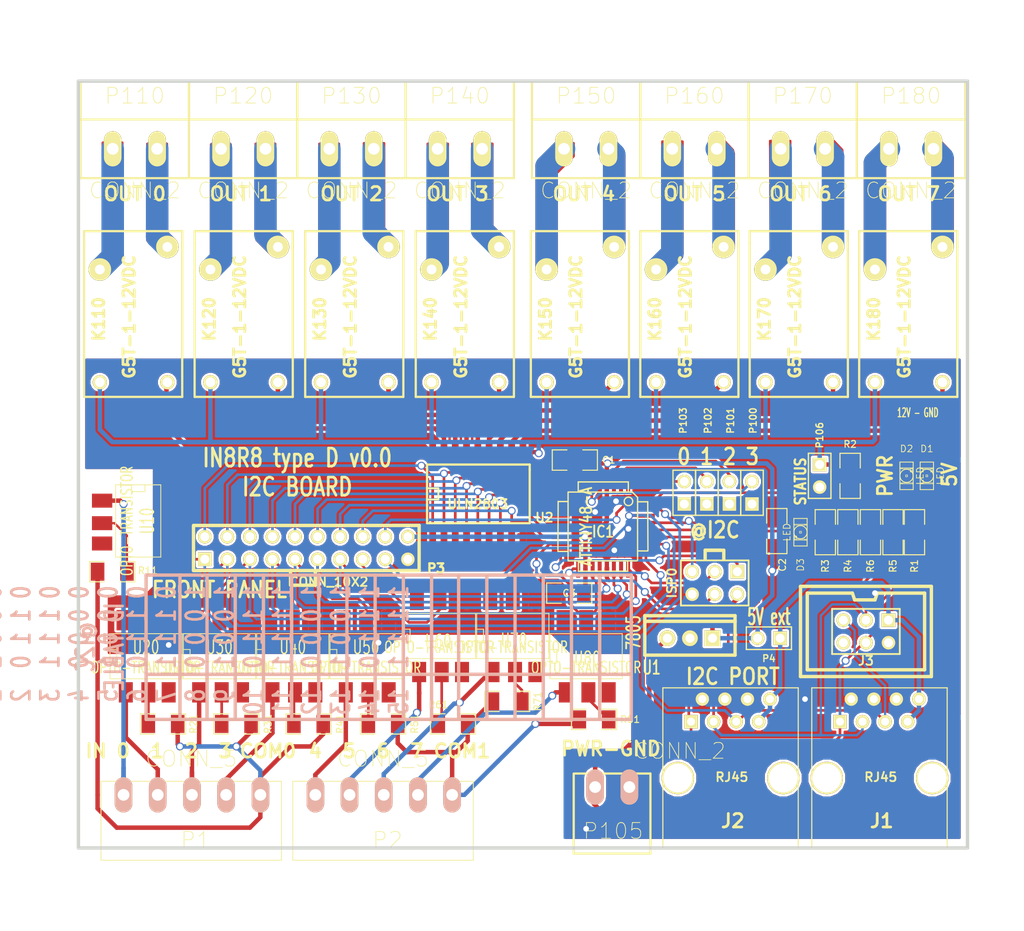
<source format=kicad_pcb>
(kicad_pcb (version 3) (host pcbnew "(2013-mar-13)-testing")
  (title_block (title "4in4out I2C board") (rev 0) (company "XPLDUINO project") (comment 1 "GNU GPL v2") (comment 2 "Domotic Open Source "))
  (layers (15 Dessus signal) (0 Dessous signal) (18 B.Paste user) (19 F.Paste user) (20 B.SilkS user hide) (21 F.SilkS user) (22 B.Mask user) (23 F.Mask user) (28 Edge.Cuts user))
  (net 0 "")
  (net 1 +12V)
  (net 2 +5V)
  (net 3 /230_110_1)
  (net 4 /230_110_2)
  (net 5 /230_120_1)
  (net 6 /230_120_2)
  (net 7 /230_130_1)
  (net 8 /230_130_2)
  (net 9 /230_140_1)
  (net 10 /230_140_2)
  (net 11 /230_150_1)
  (net 12 /230_150_2)
  (net 13 /230_160_1)
  (net 14 /230_160_2)
  (net 15 /230_170_1)
  (net 16 /230_170_2)
  (net 17 /230_180_1)
  (net 18 /230_180_2)
  (net 19 /INT)
  (net 20 5V_EXT)
  (net 21 A0)
  (net 22 A1)
  (net 23 A2)
  (net 24 A3)
  (net 25 CMD0)
  (net 26 CMD1)
  (net 27 CMD2)
  (net 28 CMD3)
  (net 29 CMD4)
  (net 30 CMD5)
  (net 31 CMD6)
  (net 32 CMD7)
  (net 33 COM0)
  (net 34 COM1)
  (net 35 GND)
  (net 36 IN0)
  (net 37 IN1)
  (net 38 IN2)
  (net 39 IN3)
  (net 40 IN4)
  (net 41 IN5)
  (net 42 IN6)
  (net 43 IN7)
  (net 44 LED)
  (net 45 MISO)
  (net 46 MOSI)
  (net 47 N-0000049)
  (net 48 N-0000050)
  (net 49 N-0000051)
  (net 50 N-0000052)
  (net 51 N-0000053)
  (net 52 N-0000054)
  (net 53 N-0000055)
  (net 54 N-0000056)
  (net 55 N-0000057)
  (net 56 N-0000058)
  (net 57 N-0000059)
  (net 58 N-0000060)
  (net 59 N-0000061)
  (net 60 N-0000062)
  (net 61 N-0000063)
  (net 62 N-0000074)
  (net 63 N-0000076)
  (net 64 N-0000077)
  (net 65 N-0000078)
  (net 66 N-0000082)
  (net 67 N-0000083)
  (net 68 N-0000084)
  (net 69 N-0000085)
  (net 70 N-0000086)
  (net 71 N-0000087)
  (net 72 N-0000088)
  (net 73 N-0000089)
  (net 74 N-0000091)
  (net 75 OUT0)
  (net 76 OUT1)
  (net 77 OUT2)
  (net 78 OUT3)
  (net 79 OUT4)
  (net 80 OUT5)
  (net 81 OUT6)
  (net 82 OUT7)
  (net 83 R0)
  (net 84 R1)
  (net 85 R2)
  (net 86 R3)
  (net 87 R4)
  (net 88 R5)
  (net 89 R6)
  (net 90 R7)
  (net 91 RESET)
  (net 92 SCK)
  (net 93 SCL)
  (net 94 SDA)
  (module SOIC18 (layer Dessus) (at 226.568 117.602)
    (fp_text reference U2 (at 7.493 2.667) (layer F.SilkS) (effects (font (size 1.016 1.016) (thickness 0.2032))))
    (fp_text value ULN2803 (at 0 1.143) (layer F.SilkS) (effects (font (size 1.016 1.016) (thickness 0.2032))))
    (pad 1 smd rect (at -5.08 4.7) (size 0.762 2) (layers Dessus F.Paste F.Mask) (net 75 OUT0))
    (pad 2 smd rect (at -3.81 4.699) (size 0.762 2) (layers Dessus F.Paste F.Mask) (net 76 OUT1))
    (pad 3 smd rect (at -2.54 4.699) (size 0.762 2) (layers Dessus F.Paste F.Mask) (net 77 OUT2))
    (pad 4 smd rect (at -1.27 4.699) (size 0.762 2) (layers Dessus F.Paste F.Mask) (net 78 OUT3))
    (pad 5 smd rect (at 0 4.699) (size 0.762 2) (layers Dessus F.Paste F.Mask) (net 79 OUT4))
    (pad 6 smd rect (at 1.27 4.699) (size 0.762 2) (layers Dessus F.Paste F.Mask) (net 80 OUT5))
    (pad 7 smd rect (at 2.54 4.699) (size 0.762 2) (layers Dessus F.Paste F.Mask) (net 81 OUT6))
    (pad 8 smd rect (at 3.81 4.699) (size 0.762 2) (layers Dessus F.Paste F.Mask) (net 82 OUT7))
    (pad 9 smd rect (at 5.08 4.699) (size 0.762 2) (layers Dessus F.Paste F.Mask) (net 35 GND))
    (pad 10 smd rect (at 5.08 -4.699) (size 0.762 2) (layers Dessus F.Paste F.Mask) (net 1 +12V))
    (pad 11 smd rect (at 3.81 -4.699) (size 0.762 2) (layers Dessus F.Paste F.Mask) (net 90 R7))
    (pad 12 smd rect (at 2.54 -4.699) (size 0.762 2) (layers Dessus F.Paste F.Mask) (net 89 R6))
    (pad 18 smd rect (at -5.08 -4.7) (size 0.762 2) (layers Dessus F.Paste F.Mask) (net 83 R0))
    (pad 17 smd rect (at -3.81 -4.699) (size 0.762 2) (layers Dessus F.Paste F.Mask) (net 84 R1))
    (pad 16 smd rect (at -2.54 -4.699) (size 0.762 2) (layers Dessus F.Paste F.Mask) (net 85 R2))
    (pad 15 smd rect (at -1.27 -4.699) (size 0.762 2) (layers Dessus F.Paste F.Mask) (net 86 R3))
    (pad 14 smd rect (at 0 -4.699) (size 0.762 2) (layers Dessus F.Paste F.Mask) (net 87 R4))
    (pad 13 smd rect (at 1.27 -4.699) (size 0.762 2) (layers Dessus F.Paste F.Mask) (net 88 R5))
  )
  (module pin_array_10x2 (layer Dessus) (at 209.804 123.698)
    (fp_text reference P3 (at 12.065 2.286) (layer F.SilkS) (effects (font (size 1.016 1.016) (thickness 0.27432))))
    (fp_text value CONN_10X2 (at 0 3.81) (layer F.SilkS) (effects (font (size 1.016 1.016) (thickness 0.2032))))
    (pad 1 thru_hole rect (at -13.97 1.27) (size 1.524 1.524) (drill 1.016) (layers *.Cu *.Mask F.SilkS) (net 25 CMD0))
    (pad 2 thru_hole circle (at -13.97 -1.27) (size 1.524 1.524) (drill 1.016) (layers *.Cu *.Mask F.SilkS) (net 75 OUT0))
    (pad 3 thru_hole circle (at -11.43 1.27) (size 1.524 1.524) (drill 1.016) (layers *.Cu *.Mask F.SilkS) (net 26 CMD1))
    (pad 4 thru_hole circle (at -11.43 -1.27) (size 1.524 1.524) (drill 1.016) (layers *.Cu *.Mask F.SilkS) (net 76 OUT1))
    (pad 5 thru_hole circle (at -8.89 1.27) (size 1.524 1.524) (drill 1.016) (layers *.Cu *.Mask F.SilkS) (net 27 CMD2))
    (pad 6 thru_hole circle (at -8.89 -1.27) (size 1.524 1.524) (drill 1.016) (layers *.Cu *.Mask F.SilkS) (net 77 OUT2))
    (pad 7 thru_hole circle (at -6.35 1.27) (size 1.524 1.524) (drill 1.016) (layers *.Cu *.Mask F.SilkS) (net 28 CMD3))
    (pad 8 thru_hole circle (at -6.35 -1.27) (size 1.524 1.524) (drill 1.016) (layers *.Cu *.Mask F.SilkS) (net 78 OUT3))
    (pad 9 thru_hole circle (at -3.81 1.27) (size 1.524 1.524) (drill 1.016) (layers *.Cu *.Mask F.SilkS) (net 29 CMD4))
    (pad 10 thru_hole circle (at -3.81 -1.27) (size 1.524 1.524) (drill 1.016) (layers *.Cu *.Mask F.SilkS) (net 79 OUT4))
    (pad 11 thru_hole circle (at -1.27 1.27) (size 1.524 1.524) (drill 1.016) (layers *.Cu *.Mask F.SilkS) (net 30 CMD5))
    (pad 12 thru_hole circle (at -1.27 -1.27) (size 1.524 1.524) (drill 1.016) (layers *.Cu *.Mask F.SilkS) (net 80 OUT5))
    (pad 13 thru_hole circle (at 1.27 1.27) (size 1.524 1.524) (drill 1.016) (layers *.Cu *.Mask F.SilkS) (net 31 CMD6))
    (pad 14 thru_hole circle (at 1.27 -1.27) (size 1.524 1.524) (drill 1.016) (layers *.Cu *.Mask F.SilkS) (net 81 OUT6))
    (pad 15 thru_hole circle (at 3.81 1.27) (size 1.524 1.524) (drill 1.016) (layers *.Cu *.Mask F.SilkS) (net 32 CMD7))
    (pad 16 thru_hole circle (at 3.81 -1.27) (size 1.524 1.524) (drill 1.016) (layers *.Cu *.Mask F.SilkS) (net 82 OUT7))
    (pad 17 thru_hole circle (at 6.35 1.27) (size 1.524 1.524) (drill 1.016) (layers *.Cu *.Mask F.SilkS) (net 91 RESET))
    (pad 18 thru_hole circle (at 6.35 -1.27) (size 1.524 1.524) (drill 1.016) (layers *.Cu *.Mask F.SilkS) (net 44 LED))
    (pad 19 thru_hole circle (at 8.89 1.27) (size 1.524 1.524) (drill 1.016) (layers *.Cu *.Mask F.SilkS) (net 35 GND))
    (pad 20 thru_hole circle (at 8.89 -1.27) (size 1.524 1.524) (drill 1.016) (layers *.Cu *.Mask F.SilkS) (net 2 +5V))
  )
  (module PIN_ARRAY_2X1 (layer Dessus) (at 259.334 133.858 180)
    (fp_text reference P4 (at 0 -2.286 180) (layer F.SilkS) (effects (font (size 0.762 0.762) (thickness 0.1524))))
    (fp_text value CONN_2 hide)
    (pad 1 thru_hole rect (at -1.27 0 180) (size 1.524 1.524) (drill 1.016) (layers *.Cu *.Mask F.SilkS) (net 20 5V_EXT))
    (pad 2 thru_hole circle (at 1.27 0 180) (size 1.524 1.524) (drill 1.016) (layers *.Cu *.Mask F.SilkS) (net 2 +5V))
  )
  (module TQFP32 (layer Dessus) (at 240.665 121.285 270)
    (fp_text reference IC1 (at 0.5715 0 360) (layer F.SilkS) (effects (font (size 1.27 1.016) (thickness 0.2032))))
    (fp_text value ATTINY48-A (at 0 1.905 270) (layer F.SilkS) (effects (font (size 1.27 1.016) (thickness 0.2032))))
    (pad 8 smd rect (at -4.81584 2.77622 270) (size 1.99898 0.44958) (layers Dessus F.Paste F.Mask) (net 75 OUT0))
    (pad 7 smd rect (at -4.81584 1.97612 270) (size 1.99898 0.44958) (layers Dessus F.Paste F.Mask) (net 76 OUT1))
    (pad 6 smd rect (at -4.81584 1.17602 270) (size 1.99898 0.44958) (layers Dessus F.Paste F.Mask) (net 24 A3))
    (pad 5 smd rect (at -4.81584 0.37592 270) (size 1.99898 0.44958) (layers Dessus F.Paste F.Mask) (net 35 GND))
    (pad 4 smd rect (at -4.81584 -0.42418 270) (size 1.99898 0.44958) (layers Dessus F.Paste F.Mask) (net 2 +5V))
    (pad 3 smd rect (at -4.81584 -1.22428 270) (size 1.99898 0.44958) (layers Dessus F.Paste F.Mask) (net 23 A2))
    (pad 2 smd rect (at -4.81584 -2.02438 270) (size 1.99898 0.44958) (layers Dessus F.Paste F.Mask) (net 22 A1))
    (pad 1 smd rect (at -4.81584 -2.82448 270) (size 1.99898 0.44958) (layers Dessus F.Paste F.Mask) (net 21 A0))
    (pad 24 smd rect (at 4.7498 -2.8194 270) (size 1.99898 0.44958) (layers Dessus F.Paste F.Mask) (net 28 CMD3))
    (pad 17 smd rect (at 4.7498 2.794 270) (size 1.99898 0.44958) (layers Dessus F.Paste F.Mask) (net 92 SCK))
    (pad 18 smd rect (at 4.7498 1.9812 270) (size 1.99898 0.44958) (layers Dessus F.Paste F.Mask) (net 2 +5V))
    (pad 19 smd rect (at 4.7498 1.1684 270) (size 1.99898 0.44958) (layers Dessus F.Paste F.Mask) (net 32 CMD7))
    (pad 20 smd rect (at 4.7498 0.381 270) (size 1.99898 0.44958) (layers Dessus F.Paste F.Mask) (net 31 CMD6))
    (pad 21 smd rect (at 4.7498 -0.4318 270) (size 1.99898 0.44958) (layers Dessus F.Paste F.Mask) (net 35 GND))
    (pad 22 smd rect (at 4.7498 -1.2192 270) (size 1.99898 0.44958) (layers Dessus F.Paste F.Mask) (net 30 CMD5))
    (pad 23 smd rect (at 4.7498 -2.032 270) (size 1.99898 0.44958) (layers Dessus F.Paste F.Mask) (net 29 CMD4))
    (pad 32 smd rect (at -2.82448 -4.826 270) (size 0.44958 1.99898) (layers Dessus F.Paste F.Mask) (net 44 LED))
    (pad 31 smd rect (at -2.02692 -4.826 270) (size 0.44958 1.99898) (layers Dessus F.Paste F.Mask) (net 19 /INT))
    (pad 30 smd rect (at -1.22428 -4.826 270) (size 0.44958 1.99898) (layers Dessus F.Paste F.Mask) (net 25 CMD0))
    (pad 29 smd rect (at -0.42672 -4.826 270) (size 0.44958 1.99898) (layers Dessus F.Paste F.Mask) (net 91 RESET))
    (pad 28 smd rect (at 0.37592 -4.826 270) (size 0.44958 1.99898) (layers Dessus F.Paste F.Mask) (net 93 SCL))
    (pad 27 smd rect (at 1.17348 -4.826 270) (size 0.44958 1.99898) (layers Dessus F.Paste F.Mask) (net 94 SDA))
    (pad 26 smd rect (at 1.97612 -4.826 270) (size 0.44958 1.99898) (layers Dessus F.Paste F.Mask) (net 26 CMD1))
    (pad 25 smd rect (at 2.77368 -4.826 270) (size 0.44958 1.99898) (layers Dessus F.Paste F.Mask) (net 27 CMD2))
    (pad 9 smd rect (at -2.8194 4.7752 270) (size 0.44958 1.99898) (layers Dessus F.Paste F.Mask) (net 77 OUT2))
    (pad 10 smd rect (at -2.032 4.7752 270) (size 0.44958 1.99898) (layers Dessus F.Paste F.Mask) (net 78 OUT3))
    (pad 11 smd rect (at -1.2192 4.7752 270) (size 0.44958 1.99898) (layers Dessus F.Paste F.Mask) (net 79 OUT4))
    (pad 12 smd rect (at -0.4318 4.7752 270) (size 0.44958 1.99898) (layers Dessus F.Paste F.Mask) (net 80 OUT5))
    (pad 13 smd rect (at 0.3556 4.7752 270) (size 0.44958 1.99898) (layers Dessus F.Paste F.Mask) (net 81 OUT6))
    (pad 14 smd rect (at 1.1684 4.7752 270) (size 0.44958 1.99898) (layers Dessus F.Paste F.Mask) (net 82 OUT7))
    (pad 15 smd rect (at 1.9812 4.7752 270) (size 0.44958 1.99898) (layers Dessus F.Paste F.Mask) (net 46 MOSI))
    (pad 16 smd rect (at 2.794 4.7752 270) (size 0.44958 1.99898) (layers Dessus F.Paste F.Mask) (net 45 MISO))
  )
  (module CMS-6 (layer Dessus) (at 230.505 133.604)
    (fp_text reference U70 (at 0.127 0.508) (layer F.SilkS) (effects (font (size 1.524 1.016) (thickness 0.1524))))
    (fp_text value OPTO-TRANSISTOR (at 0 1.27) (layer F.SilkS) (effects (font (size 1.27 0.889) (thickness 0.1524))))
    (pad 1 smd rect (at -2.286 4.064) (size 1.5748 2.286) (layers Dessus F.Paste F.Mask) (net 42 IN6))
    (pad 2 smd rect (at 0.254 4.064) (size 1.5748 2.286) (layers Dessus F.Paste F.Mask) (net 49 N-0000051))
    (pad 3 smd rect (at 2.54 4.064) (size 1.5748 2.286) (layers Dessus F.Paste F.Mask) (net 50 N-0000052))
    (pad 4 smd rect (at 2.54 -4.064) (size 1.5748 2.286) (layers Dessus F.Paste F.Mask) (net 35 GND))
    (pad 5 smd rect (at 0 -4.064) (size 1.5748 2.286) (layers Dessus F.Paste F.Mask) (net 31 CMD6))
    (pad 6 smd rect (at -2.54 -4.064) (size 1.5748 2.286) (layers Dessus F.Paste F.Mask) (net 51 N-0000053))
  )
  (module CMS-6 (layer Dessus) (at 238.76 135.89)
    (fp_text reference U80 (at 0.127 0.254) (layer F.SilkS) (effects (font (size 1.524 1.016) (thickness 0.1524))))
    (fp_text value OPTO-TRANSISTOR (at 0 1.27) (layer F.SilkS) (effects (font (size 1.27 0.889) (thickness 0.1524))))
    (pad 1 smd rect (at -2.286 4.064) (size 1.5748 2.286) (layers Dessus F.Paste F.Mask) (net 43 IN7))
    (pad 2 smd rect (at 0.254 4.064) (size 1.5748 2.286) (layers Dessus F.Paste F.Mask) (net 52 N-0000054))
    (pad 3 smd rect (at 2.54 4.064) (size 1.5748 2.286) (layers Dessus F.Paste F.Mask) (net 53 N-0000055))
    (pad 4 smd rect (at 2.54 -4.064) (size 1.5748 2.286) (layers Dessus F.Paste F.Mask) (net 35 GND))
    (pad 5 smd rect (at 0 -4.064) (size 1.5748 2.286) (layers Dessus F.Paste F.Mask) (net 32 CMD7))
    (pad 6 smd rect (at -2.54 -4.064) (size 1.5748 2.286) (layers Dessus F.Paste F.Mask) (net 54 N-0000056))
  )
  (module CMS-6 (layer Dessus) (at 222.25 133.604)
    (fp_text reference U60 (at -0.127 0.635) (layer F.SilkS) (effects (font (size 1.524 1.016) (thickness 0.1524))))
    (fp_text value OPTO-TRANSISTOR (at 0 1.27) (layer F.SilkS) (effects (font (size 1.27 0.889) (thickness 0.1524))))
    (pad 1 smd rect (at -2.286 4.064) (size 1.5748 2.286) (layers Dessus F.Paste F.Mask) (net 41 IN5))
    (pad 2 smd rect (at 0.254 4.064) (size 1.5748 2.286) (layers Dessus F.Paste F.Mask) (net 48 N-0000050))
    (pad 3 smd rect (at 2.54 4.064) (size 1.5748 2.286) (layers Dessus F.Paste F.Mask) (net 61 N-0000063))
    (pad 4 smd rect (at 2.54 -4.064) (size 1.5748 2.286) (layers Dessus F.Paste F.Mask) (net 35 GND))
    (pad 5 smd rect (at 0 -4.064) (size 1.5748 2.286) (layers Dessus F.Paste F.Mask) (net 30 CMD5))
    (pad 6 smd rect (at -2.54 -4.064) (size 1.5748 2.286) (layers Dessus F.Paste F.Mask) (net 47 N-0000049))
  )
  (module CMS-6 (layer Dessus) (at 213.995 135.89)
    (fp_text reference U50 (at 0 -1.016) (layer F.SilkS) (effects (font (size 1.524 1.016) (thickness 0.1524))))
    (fp_text value OPTO-TRANSISTOR (at 0 1.27) (layer F.SilkS) (effects (font (size 1.27 0.889) (thickness 0.1524))))
    (pad 1 smd rect (at -2.286 4.064) (size 1.5748 2.286) (layers Dessus F.Paste F.Mask) (net 40 IN4))
    (pad 2 smd rect (at 0.254 4.064) (size 1.5748 2.286) (layers Dessus F.Paste F.Mask) (net 55 N-0000057))
    (pad 3 smd rect (at 2.54 4.064) (size 1.5748 2.286) (layers Dessus F.Paste F.Mask) (net 59 N-0000061))
    (pad 4 smd rect (at 2.54 -4.064) (size 1.5748 2.286) (layers Dessus F.Paste F.Mask) (net 35 GND))
    (pad 5 smd rect (at 0 -4.064) (size 1.5748 2.286) (layers Dessus F.Paste F.Mask) (net 29 CMD4))
    (pad 6 smd rect (at -2.54 -4.064) (size 1.5748 2.286) (layers Dessus F.Paste F.Mask) (net 60 N-0000062))
  )
  (module CMS-6 (layer Dessus) (at 205.74 135.89)
    (fp_text reference U40 (at 0 -1.016) (layer F.SilkS) (effects (font (size 1.524 1.016) (thickness 0.1524))))
    (fp_text value OPTO-TRANSISTOR (at 0 1.27) (layer F.SilkS) (effects (font (size 1.27 0.889) (thickness 0.1524))))
    (pad 1 smd rect (at -2.286 4.064) (size 1.5748 2.286) (layers Dessus F.Paste F.Mask) (net 39 IN3))
    (pad 2 smd rect (at 0.254 4.064) (size 1.5748 2.286) (layers Dessus F.Paste F.Mask) (net 56 N-0000058))
    (pad 3 smd rect (at 2.54 4.064) (size 1.5748 2.286) (layers Dessus F.Paste F.Mask) (net 57 N-0000059))
    (pad 4 smd rect (at 2.54 -4.064) (size 1.5748 2.286) (layers Dessus F.Paste F.Mask) (net 35 GND))
    (pad 5 smd rect (at 0 -4.064) (size 1.5748 2.286) (layers Dessus F.Paste F.Mask) (net 28 CMD3))
    (pad 6 smd rect (at -2.54 -4.064) (size 1.5748 2.286) (layers Dessus F.Paste F.Mask) (net 58 N-0000060))
  )
  (module CMS-6 (layer Dessus) (at 197.485 135.89)
    (fp_text reference U30 (at 0 -1.016) (layer F.SilkS) (effects (font (size 1.524 1.016) (thickness 0.1524))))
    (fp_text value OPTO-TRANSISTOR (at 0 1.27) (layer F.SilkS) (effects (font (size 1.27 0.889) (thickness 0.1524))))
    (pad 1 smd rect (at -2.286 4.064) (size 1.5748 2.286) (layers Dessus F.Paste F.Mask) (net 38 IN2))
    (pad 2 smd rect (at 0.254 4.064) (size 1.5748 2.286) (layers Dessus F.Paste F.Mask) (net 69 N-0000085))
    (pad 3 smd rect (at 2.54 4.064) (size 1.5748 2.286) (layers Dessus F.Paste F.Mask) (net 70 N-0000086))
    (pad 4 smd rect (at 2.54 -4.064) (size 1.5748 2.286) (layers Dessus F.Paste F.Mask) (net 35 GND))
    (pad 5 smd rect (at 0 -4.064) (size 1.5748 2.286) (layers Dessus F.Paste F.Mask) (net 27 CMD2))
    (pad 6 smd rect (at -2.54 -4.064) (size 1.5748 2.286) (layers Dessus F.Paste F.Mask) (net 71 N-0000087))
  )
  (module CMS-6 (layer Dessus) (at 189.23 135.89)
    (fp_text reference U20 (at 0 -1.016) (layer F.SilkS) (effects (font (size 1.524 1.016) (thickness 0.1524))))
    (fp_text value OPTO-TRANSISTOR (at 0 1.27) (layer F.SilkS) (effects (font (size 1.27 0.889) (thickness 0.1524))))
    (pad 1 smd rect (at -2.286 4.064) (size 1.5748 2.286) (layers Dessus F.Paste F.Mask) (net 37 IN1))
    (pad 2 smd rect (at 0.254 4.064) (size 1.5748 2.286) (layers Dessus F.Paste F.Mask) (net 66 N-0000082))
    (pad 3 smd rect (at 2.54 4.064) (size 1.5748 2.286) (layers Dessus F.Paste F.Mask) (net 67 N-0000083))
    (pad 4 smd rect (at 2.54 -4.064) (size 1.5748 2.286) (layers Dessus F.Paste F.Mask) (net 35 GND))
    (pad 5 smd rect (at 0 -4.064) (size 1.5748 2.286) (layers Dessus F.Paste F.Mask) (net 26 CMD1))
    (pad 6 smd rect (at -2.54 -4.064) (size 1.5748 2.286) (layers Dessus F.Paste F.Mask) (net 68 N-0000084))
  )
  (module MOL_CONN_5_MINI (layer Dessus) (at 208.28 151.5)
    (fp_text reference P2 (at 8.128 5.08) (layer F.SilkS) (effects (font (size 1.778 1.778) (thickness 0.0889))))
    (fp_text value CONN_5 (at 7.62 -4.064) (layer F.SilkS) (effects (font (size 1.778 1.778) (thickness 0.0889))))
    (pad 1 thru_hole oval (at 0 0) (size 1.9812 3.9624) (drill 1.320799) (layers *.Cu *.SilkS *.Mask F.Paste) (net 40 IN4))
    (pad 2 thru_hole oval (at 3.85 0) (size 1.9812 3.9624) (drill 1.320799) (layers *.Cu *.SilkS *.Mask F.Paste) (net 41 IN5))
    (pad 3 thru_hole oval (at 7.7 0) (size 1.9812 3.9624) (drill 1.320799) (layers *.Cu *.SilkS *.Mask F.Paste) (net 42 IN6))
    (pad 4 thru_hole oval (at 11.55 0) (size 1.9812 3.9624) (drill 1.320799) (layers *.Cu *.SilkS *.Mask F.Paste) (net 43 IN7))
    (pad 5 thru_hole oval (at 15.4 0) (size 1.9812 3.9624) (drill 1.320799) (layers *.Cu *.SilkS *.Mask F.Paste) (net 34 COM1))
  )
  (module MOL_CONN_5_MINI (layer Dessus) (at 186.69 151.5)
    (fp_text reference P1 (at 8.128 5.08) (layer F.SilkS) (effects (font (size 1.778 1.778) (thickness 0.0889))))
    (fp_text value CONN_5 (at 7.62 -4.064) (layer F.SilkS) (effects (font (size 1.778 1.778) (thickness 0.0889))))
    (pad 1 thru_hole oval (at 0 0) (size 1.9812 3.9624) (drill 1.320799) (layers *.Cu *.SilkS *.Mask F.Paste) (net 36 IN0))
    (pad 2 thru_hole oval (at 3.85 0) (size 1.9812 3.9624) (drill 1.320799) (layers *.Cu *.SilkS *.Mask F.Paste) (net 37 IN1))
    (pad 3 thru_hole oval (at 7.7 0) (size 1.9812 3.9624) (drill 1.320799) (layers *.Cu *.SilkS *.Mask F.Paste) (net 38 IN2))
    (pad 4 thru_hole oval (at 11.55 0) (size 1.9812 3.9624) (drill 1.320799) (layers *.Cu *.SilkS *.Mask F.Paste) (net 39 IN3))
    (pad 5 thru_hole oval (at 15.4 0) (size 1.9812 3.9624) (drill 1.320799) (layers *.Cu *.SilkS *.Mask F.Paste) (net 33 COM0))
  )
  (module HE10-6 (layer Dessus) (at 270.256 133.096 180)
    (fp_text reference J3 (at 0 -3.302 180) (layer F.SilkS) (effects (font (size 1.016 1.016) (thickness 0.2032))))
    (fp_text value CONN_6 hide)
    (pad 1 thru_hole rect (at -2.54 1.27 180) (size 1.524 1.524) (drill 1.016) (layers *.Cu *.Mask F.SilkS) (net 20 5V_EXT))
    (pad 2 thru_hole circle (at -2.54 -1.27 180) (size 1.524 1.524) (drill 1.016) (layers *.Cu *.Mask F.SilkS) (net 35 GND))
    (pad 3 thru_hole circle (at 0 1.27 180) (size 1.524 1.524) (drill 1.016) (layers *.Cu *.Mask F.SilkS) (net 93 SCL))
    (pad 4 thru_hole circle (at 0 -1.27 180) (size 1.524 1.524) (drill 1.016) (layers *.Cu *.Mask F.SilkS) (net 94 SDA))
    (pad 5 thru_hole circle (at 2.54 1.27 180) (size 1.524 1.524) (drill 1.016) (layers *.Cu *.Mask F.SilkS) (net 19 /INT))
    (pad 6 thru_hole circle (at 2.54 -1.27 180) (size 1.524 1.524) (drill 1.016) (layers *.Cu *.Mask F.SilkS) (net 74 N-0000091))
  )
  (module LED-1206 (layer Dessus) (at 277.114 115.57 90)
    (fp_text reference D1 (at 3.048 0 180) (layer F.SilkS) (effects (font (size 0.762 0.762) (thickness 0.0889))))
    (fp_text value LED (at 0 1.524 90) (layer F.SilkS) (effects (font (size 0.762 0.762) (thickness 0.0889))))
    (pad 1 smd rect (at -1.41986 0 90) (size 1.59766 1.80086) (layers Dessus F.Paste F.Mask) (net 73 N-0000089))
    (pad 2 smd rect (at 1.41986 0 90) (size 1.59766 1.80086) (layers Dessus F.Paste F.Mask) (net 35 GND))
  )
  (module LED-1206 (layer Dessus) (at 274.828 115.57 90)
    (fp_text reference D2 (at 3.048 0 180) (layer F.SilkS) (effects (font (size 0.762 0.762) (thickness 0.0889))))
    (fp_text value LED (at 0 1.524 90) (layer F.SilkS) (effects (font (size 0.762 0.762) (thickness 0.0889))))
    (pad 1 smd rect (at -1.41986 0 90) (size 1.59766 1.80086) (layers Dessus F.Paste F.Mask) (net 72 N-0000088))
    (pad 2 smd rect (at 1.41986 0 90) (size 1.59766 1.80086) (layers Dessus F.Paste F.Mask) (net 35 GND))
  )
  (module LED-1206 (layer Dessus) (at 262.89 121.92 270)
    (fp_text reference D3 (at 3.683 0 270) (layer F.SilkS) (effects (font (size 0.762 0.762) (thickness 0.0889))))
    (fp_text value LED (at 0 1.524 270) (layer F.SilkS) (effects (font (size 0.762 0.762) (thickness 0.0889))))
    (pad 1 smd rect (at -1.41986 0 270) (size 1.59766 1.80086) (layers Dessus F.Paste F.Mask) (net 44 LED))
    (pad 2 smd rect (at 1.41986 0 270) (size 1.59766 1.80086) (layers Dessus F.Paste F.Mask) (net 62 N-0000074))
  )
  (module MOL_CONN_2_VH (layer Dessus) (at 224.536 78.74 180)
    (fp_text reference P140 (at 0 5.969 180) (layer F.SilkS) (effects (font (size 1.778 1.778) (thickness 0.0889))))
    (fp_text value CONN_2 (at 0 -4.699 180) (layer F.SilkS) (effects (font (size 1.778 1.778) (thickness 0.0889))))
    (pad 1 thru_hole oval (at -2.5146 0 180) (size 1.9812 3.9624) (drill 1.320799) (layers *.Cu *.Mask F.Paste F.SilkS) (net 9 /230_140_1))
    (pad 2 thru_hole oval (at 2.4892 0 180) (size 1.9812 3.9624) (drill 1.320799) (layers *.Cu *.Mask F.Paste F.SilkS) (net 10 /230_140_2))
  )
  (module MOL_CONN_2_VH (layer Dessus) (at 212.344 78.74 180)
    (fp_text reference P130 (at 0 5.969 180) (layer F.SilkS) (effects (font (size 1.778 1.778) (thickness 0.0889))))
    (fp_text value CONN_2 (at 0 -4.699 180) (layer F.SilkS) (effects (font (size 1.778 1.778) (thickness 0.0889))))
    (pad 1 thru_hole oval (at -2.5146 0 180) (size 1.9812 3.9624) (drill 1.320799) (layers *.Cu *.Mask F.Paste F.SilkS) (net 7 /230_130_1))
    (pad 2 thru_hole oval (at 2.4892 0 180) (size 1.9812 3.9624) (drill 1.320799) (layers *.Cu *.Mask F.Paste F.SilkS) (net 8 /230_130_2))
  )
  (module MOL_CONN_2_VH (layer Dessus) (at 200.152 78.74 180)
    (fp_text reference P120 (at 0 5.969 180) (layer F.SilkS) (effects (font (size 1.778 1.778) (thickness 0.0889))))
    (fp_text value CONN_2 (at 0 -4.699 180) (layer F.SilkS) (effects (font (size 1.778 1.778) (thickness 0.0889))))
    (pad 1 thru_hole oval (at -2.5146 0 180) (size 1.9812 3.9624) (drill 1.320799) (layers *.Cu *.Mask F.Paste F.SilkS) (net 5 /230_120_1))
    (pad 2 thru_hole oval (at 2.4892 0 180) (size 1.9812 3.9624) (drill 1.320799) (layers *.Cu *.Mask F.Paste F.SilkS) (net 6 /230_120_2))
  )
  (module MOL_CONN_2_VH (layer Dessus) (at 238.76 78.74 180)
    (fp_text reference P150 (at 0 5.969 180) (layer F.SilkS) (effects (font (size 1.778 1.778) (thickness 0.0889))))
    (fp_text value CONN_2 (at 0 -4.699 180) (layer F.SilkS) (effects (font (size 1.778 1.778) (thickness 0.0889))))
    (pad 1 thru_hole oval (at -2.5146 0 180) (size 1.9812 3.9624) (drill 1.320799) (layers *.Cu *.Mask F.Paste F.SilkS) (net 11 /230_150_1))
    (pad 2 thru_hole oval (at 2.4892 0 180) (size 1.9812 3.9624) (drill 1.320799) (layers *.Cu *.Mask F.Paste F.SilkS) (net 12 /230_150_2))
  )
  (module MOL_CONN_2_VH (layer Dessus) (at 187.96 78.74 180)
    (fp_text reference P110 (at 0 5.969 180) (layer F.SilkS) (effects (font (size 1.778 1.778) (thickness 0.0889))))
    (fp_text value CONN_2 (at 0 -4.699 180) (layer F.SilkS) (effects (font (size 1.778 1.778) (thickness 0.0889))))
    (pad 1 thru_hole oval (at -2.5146 0 180) (size 1.9812 3.9624) (drill 1.320799) (layers *.Cu *.Mask F.Paste F.SilkS) (net 3 /230_110_1))
    (pad 2 thru_hole oval (at 2.4892 0 180) (size 1.9812 3.9624) (drill 1.320799) (layers *.Cu *.Mask F.Paste F.SilkS) (net 4 /230_110_2))
  )
  (module MOL_CONN_2_VH (layer Dessus) (at 250.952 78.74 180)
    (fp_text reference P160 (at 0 5.969 180) (layer F.SilkS) (effects (font (size 1.778 1.778) (thickness 0.0889))))
    (fp_text value CONN_2 (at 0 -4.699 180) (layer F.SilkS) (effects (font (size 1.778 1.778) (thickness 0.0889))))
    (pad 1 thru_hole oval (at -2.5146 0 180) (size 1.9812 3.9624) (drill 1.320799) (layers *.Cu *.Mask F.Paste F.SilkS) (net 13 /230_160_1))
    (pad 2 thru_hole oval (at 2.4892 0 180) (size 1.9812 3.9624) (drill 1.320799) (layers *.Cu *.Mask F.Paste F.SilkS) (net 14 /230_160_2))
  )
  (module MOL_CONN_2_VH (layer Dessus) (at 275.336 78.74 180)
    (fp_text reference P180 (at 0 5.969 180) (layer F.SilkS) (effects (font (size 1.778 1.778) (thickness 0.0889))))
    (fp_text value CONN_2 (at 0 -4.699 180) (layer F.SilkS) (effects (font (size 1.778 1.778) (thickness 0.0889))))
    (pad 1 thru_hole oval (at -2.5146 0 180) (size 1.9812 3.9624) (drill 1.320799) (layers *.Cu *.Mask F.Paste F.SilkS) (net 17 /230_180_1))
    (pad 2 thru_hole oval (at 2.4892 0 180) (size 1.9812 3.9624) (drill 1.320799) (layers *.Cu *.Mask F.Paste F.SilkS) (net 18 /230_180_2))
  )
  (module MOL_CONN_2_VH (layer Dessus) (at 263.144 78.74 180)
    (fp_text reference P170 (at 0 5.969 180) (layer F.SilkS) (effects (font (size 1.778 1.778) (thickness 0.0889))))
    (fp_text value CONN_2 (at 0 -4.699 180) (layer F.SilkS) (effects (font (size 1.778 1.778) (thickness 0.0889))))
    (pad 1 thru_hole oval (at -2.5146 0 180) (size 1.9812 3.9624) (drill 1.320799) (layers *.Cu *.Mask F.Paste F.SilkS) (net 15 /230_170_1))
    (pad 2 thru_hole oval (at 2.4892 0 180) (size 1.9812 3.9624) (drill 1.320799) (layers *.Cu *.Mask F.Paste F.SilkS) (net 16 /230_170_2))
  )
  (module PIN_ARRAY_2X1 (layer Dessus) (at 257.429 117.475 90)
    (fp_text reference P100 (at 8.128 0.127 90) (layer F.SilkS) (effects (font (size 0.762 0.762) (thickness 0.1524))))
    (fp_text value CONN_2 hide)
    (pad 1 thru_hole rect (at -1.27 0 90) (size 1.524 1.524) (drill 1.016) (layers *.Cu *.Mask F.SilkS) (net 35 GND))
    (pad 2 thru_hole circle (at 1.27 0 90) (size 1.524 1.524) (drill 1.016) (layers *.Cu *.Mask F.SilkS) (net 24 A3))
  )
  (module PIN_ARRAY_2X1 (layer Dessus) (at 254.889 117.475 90)
    (fp_text reference P101 (at 8.128 0.127 90) (layer F.SilkS) (effects (font (size 0.762 0.762) (thickness 0.1524))))
    (fp_text value CONN_2 hide)
    (pad 1 thru_hole rect (at -1.27 0 90) (size 1.524 1.524) (drill 1.016) (layers *.Cu *.Mask F.SilkS) (net 35 GND))
    (pad 2 thru_hole circle (at 1.27 0 90) (size 1.524 1.524) (drill 1.016) (layers *.Cu *.Mask F.SilkS) (net 23 A2))
  )
  (module PIN_ARRAY_2X1 (layer Dessus) (at 249.809 117.475 90)
    (fp_text reference P103 (at 8.128 -0.127 90) (layer F.SilkS) (effects (font (size 0.762 0.762) (thickness 0.1524))))
    (fp_text value CONN_2 hide)
    (pad 1 thru_hole rect (at -1.27 0 90) (size 1.524 1.524) (drill 1.016) (layers *.Cu *.Mask F.SilkS) (net 35 GND))
    (pad 2 thru_hole circle (at 1.27 0 90) (size 1.524 1.524) (drill 1.016) (layers *.Cu *.Mask F.SilkS) (net 21 A0))
  )
  (module PIN_ARRAY_2X1 (layer Dessus) (at 265.049 115.57 270)
    (fp_text reference P106 (at -4.572 0 270) (layer F.SilkS) (effects (font (size 0.762 0.762) (thickness 0.1524))))
    (fp_text value CONN_2 hide)
    (pad 1 thru_hole rect (at -1.27 0 270) (size 1.524 1.524) (drill 1.016) (layers *.Cu *.Mask F.SilkS) (net 1 +12V))
    (pad 2 thru_hole circle (at 1.27 0 270) (size 1.524 1.524) (drill 1.016) (layers *.Cu *.Mask F.SilkS) (net 35 GND))
  )
  (module PIN_ARRAY_2X1 (layer Dessus) (at 252.349 117.475 90)
    (fp_text reference P102 (at 8.128 0.127 90) (layer F.SilkS) (effects (font (size 0.762 0.762) (thickness 0.1524))))
    (fp_text value CONN_2 hide)
    (pad 1 thru_hole rect (at -1.27 0 90) (size 1.524 1.524) (drill 1.016) (layers *.Cu *.Mask F.SilkS) (net 35 GND))
    (pad 2 thru_hole circle (at 1.27 0 90) (size 1.524 1.524) (drill 1.016) (layers *.Cu *.Mask F.SilkS) (net 22 A1))
  )
  (module SM1206 (layer Dessus) (at 215.9 143.51)
    (fp_text reference R51 (at 3.556 0 90) (layer F.SilkS) (effects (font (size 0.762 0.762) (thickness 0.127))))
    (fp_text value 2KR hide)
    (pad 1 smd rect (at -1.651 0) (size 1.524 2.032) (layers Dessus F.Paste F.Mask) (net 55 N-0000057))
    (pad 2 smd rect (at 1.651 0) (size 1.524 2.032) (layers Dessus F.Paste F.Mask) (net 34 COM1))
  )
  (module SM1206 (layer Dessus) (at 268.224 121.92 90)
    (fp_text reference R4 (at -3.81 0 90) (layer F.SilkS) (effects (font (size 0.762 0.762) (thickness 0.127))))
    (fp_text value 10KR hide)
    (pad 1 smd rect (at -1.651 0 90) (size 1.524 2.032) (layers Dessus F.Paste F.Mask) (net 2 +5V))
    (pad 2 smd rect (at 1.651 0 90) (size 1.524 2.032) (layers Dessus F.Paste F.Mask) (net 91 RESET))
  )
  (module SM1206 (layer Dessus) (at 265.684 121.92 90)
    (fp_text reference R3 (at -3.81 0 90) (layer F.SilkS) (effects (font (size 0.762 0.762) (thickness 0.127))))
    (fp_text value 2KR hide)
    (pad 1 smd rect (at -1.651 0 90) (size 1.524 2.032) (layers Dessus F.Paste F.Mask) (net 62 N-0000074))
    (pad 2 smd rect (at 1.651 0 90) (size 1.524 2.032) (layers Dessus F.Paste F.Mask) (net 35 GND))
  )
  (module SM1206 (layer Dessus) (at 260.223 121.793 90)
    (fp_text reference C2 (at -3.81 0.635 90) (layer F.SilkS) (effects (font (size 0.762 0.762) (thickness 0.127))))
    (fp_text value C hide)
    (pad 1 smd rect (at -1.651 0 90) (size 1.524 2.032) (layers Dessus F.Paste F.Mask) (net 2 +5V))
    (pad 2 smd rect (at 1.651 0 90) (size 1.524 2.032) (layers Dessus F.Paste F.Mask) (net 35 GND))
  )
  (module SM1206 (layer Dessus) (at 237.49 113.792 180)
    (fp_text reference C1 (at -3.81 0 180) (layer F.SilkS) (effects (font (size 0.762 0.762) (thickness 0.127))))
    (fp_text value C hide)
    (pad 1 smd rect (at -1.651 0 180) (size 1.524 2.032) (layers Dessus F.Paste F.Mask) (net 2 +5V))
    (pad 2 smd rect (at 1.651 0 180) (size 1.524 2.032) (layers Dessus F.Paste F.Mask) (net 35 GND))
  )
  (module SM1206 (layer Dessus) (at 268.478 115.57 270)
    (fp_text reference R2 (at -3.556 0 360) (layer F.SilkS) (effects (font (size 0.762 0.762) (thickness 0.127))))
    (fp_text value 4.7KR hide)
    (pad 1 smd rect (at -1.651 0 270) (size 1.524 2.032) (layers Dessus F.Paste F.Mask) (net 1 +12V))
    (pad 2 smd rect (at 1.651 0 270) (size 1.524 2.032) (layers Dessus F.Paste F.Mask) (net 72 N-0000088))
  )
  (module SM1206 (layer Dessus) (at 199.39 143.51)
    (fp_text reference R31 (at 3.556 0 90) (layer F.SilkS) (effects (font (size 0.762 0.762) (thickness 0.127))))
    (fp_text value 2KR hide)
    (pad 1 smd rect (at -1.651 0) (size 1.524 2.032) (layers Dessus F.Paste F.Mask) (net 69 N-0000085))
    (pad 2 smd rect (at 1.651 0) (size 1.524 2.032) (layers Dessus F.Paste F.Mask) (net 33 COM0))
  )
  (module SM1206 (layer Dessus) (at 275.717 121.92 90)
    (fp_text reference R1 (at -3.81 0 90) (layer F.SilkS) (effects (font (size 0.762 0.762) (thickness 0.127))))
    (fp_text value 2KR hide)
    (pad 1 smd rect (at -1.651 0 90) (size 1.524 2.032) (layers Dessus F.Paste F.Mask) (net 2 +5V))
    (pad 2 smd rect (at 1.651 0 90) (size 1.524 2.032) (layers Dessus F.Paste F.Mask) (net 73 N-0000089))
  )
  (module SM1206 (layer Dessus) (at 191.135 143.51)
    (fp_text reference R21 (at 3.429 0 90) (layer F.SilkS) (effects (font (size 0.762 0.762) (thickness 0.127))))
    (fp_text value 2KR hide)
    (pad 1 smd rect (at -1.651 0) (size 1.524 2.032) (layers Dessus F.Paste F.Mask) (net 66 N-0000082))
    (pad 2 smd rect (at 1.651 0) (size 1.524 2.032) (layers Dessus F.Paste F.Mask) (net 33 COM0))
  )
  (module SM1206 (layer Dessus) (at 207.518 143.51)
    (fp_text reference R41 (at 3.556 0 90) (layer F.SilkS) (effects (font (size 0.762 0.762) (thickness 0.127))))
    (fp_text value 2KR hide)
    (pad 1 smd rect (at -1.651 0) (size 1.524 2.032) (layers Dessus F.Paste F.Mask) (net 56 N-0000058))
    (pad 2 smd rect (at 1.651 0) (size 1.524 2.032) (layers Dessus F.Paste F.Mask) (net 33 COM0))
  )
  (module SM1206 (layer Dessus) (at 239.649 143.002 180)
    (fp_text reference R81 (at -4.064 0 180) (layer F.SilkS) (effects (font (size 0.762 0.762) (thickness 0.127))))
    (fp_text value 2KR hide)
    (pad 1 smd rect (at -1.651 0 180) (size 1.524 2.032) (layers Dessus F.Paste F.Mask) (net 52 N-0000054))
    (pad 2 smd rect (at 1.651 0 180) (size 1.524 2.032) (layers Dessus F.Paste F.Mask) (net 34 COM1))
  )
  (module SM1206 (layer Dessus) (at 223.774 143.51)
    (fp_text reference R61 (at -1.651 -2.159 180) (layer F.SilkS) (effects (font (size 0.762 0.762) (thickness 0.127))))
    (fp_text value 2KR hide)
    (pad 1 smd rect (at -1.651 0) (size 1.524 2.032) (layers Dessus F.Paste F.Mask) (net 48 N-0000050))
    (pad 2 smd rect (at 1.651 0) (size 1.524 2.032) (layers Dessus F.Paste F.Mask) (net 34 COM1))
  )
  (module SM1206 (layer Dessus) (at 229.87 140.97 180)
    (fp_text reference R71 (at -3.429 0 270) (layer F.SilkS) (effects (font (size 0.762 0.762) (thickness 0.127))))
    (fp_text value 2KR hide)
    (pad 1 smd rect (at -1.651 0 180) (size 1.524 2.032) (layers Dessus F.Paste F.Mask) (net 49 N-0000051))
    (pad 2 smd rect (at 1.651 0 180) (size 1.524 2.032) (layers Dessus F.Paste F.Mask) (net 34 COM1))
  )
  (module pin_array_3x2 (layer Dessus) (at 253.238 127.635 180)
    (fp_text reference ISP0 (at 4.826 0 270) (layer F.SilkS) (effects (font (size 1.016 1.016) (thickness 0.2032))))
    (fp_text value CONN_3X2 hide)
    (pad 1 thru_hole rect (at -2.54 1.27 180) (size 1.524 1.524) (drill 1.016) (layers *.Cu *.Mask F.SilkS) (net 45 MISO))
    (pad 2 thru_hole circle (at -2.54 -1.27 180) (size 1.524 1.524) (drill 1.016) (layers *.Cu *.Mask F.SilkS) (net 2 +5V))
    (pad 3 thru_hole circle (at 0 1.27 180) (size 1.524 1.524) (drill 1.016) (layers *.Cu *.Mask F.SilkS) (net 92 SCK))
    (pad 4 thru_hole circle (at 0 -1.27 180) (size 1.524 1.524) (drill 1.016) (layers *.Cu *.Mask F.SilkS) (net 46 MOSI))
    (pad 5 thru_hole circle (at 2.54 1.27 180) (size 1.524 1.524) (drill 1.016) (layers *.Cu *.Mask F.SilkS) (net 91 RESET))
    (pad 6 thru_hole circle (at 2.54 -1.27 180) (size 1.524 1.524) (drill 1.016) (layers *.Cu *.Mask F.SilkS) (net 35 GND))
  )
  (module CMS-6 (layer Dessus) (at 188.341 120.65 270)
    (fp_text reference U10 (at 0 -1.016 270) (layer F.SilkS) (effects (font (size 1.524 1.016) (thickness 0.1524))))
    (fp_text value OPTO-TRANSISTOR (at 0 1.27 270) (layer F.SilkS) (effects (font (size 1.27 0.889) (thickness 0.1524))))
    (pad 1 smd rect (at -2.286 4.064 270) (size 1.5748 2.286) (layers Dessus F.Paste F.Mask) (net 36 IN0))
    (pad 2 smd rect (at 0.254 4.064 270) (size 1.5748 2.286) (layers Dessus F.Paste F.Mask) (net 63 N-0000076))
    (pad 3 smd rect (at 2.54 4.064 270) (size 1.5748 2.286) (layers Dessus F.Paste F.Mask) (net 64 N-0000077))
    (pad 4 smd rect (at 2.54 -4.064 270) (size 1.5748 2.286) (layers Dessus F.Paste F.Mask) (net 35 GND))
    (pad 5 smd rect (at 0 -4.064 270) (size 1.5748 2.286) (layers Dessus F.Paste F.Mask) (net 25 CMD0))
    (pad 6 smd rect (at -2.54 -4.064 270) (size 1.5748 2.286) (layers Dessus F.Paste F.Mask) (net 65 N-0000078))
  )
  (module SM1206 (layer Dessus) (at 185.42 126.365 180)
    (fp_text reference R11 (at -4.0005 0.127 180) (layer F.SilkS) (effects (font (size 0.762 0.762) (thickness 0.127))))
    (fp_text value 2KR hide)
    (pad 1 smd rect (at -1.651 0 180) (size 1.524 2.032) (layers Dessus F.Paste F.Mask) (net 63 N-0000076))
    (pad 2 smd rect (at 1.651 0 180) (size 1.524 2.032) (layers Dessus F.Paste F.Mask) (net 33 COM0))
  )
  (module TO220_7805_VERT (layer Dessus) (at 250.444 133.858 90)
    (fp_text reference U1 (at -3.302 -4.318 180) (layer F.SilkS) (effects (font (size 1.524 1.016) (thickness 0.2032))))
    (fp_text value 7805 (at 0.635 -6.35 90) (layer F.SilkS) (effects (font (size 1.524 1.016) (thickness 0.2032))))
    (pad VI thru_hole circle (at 0 -2.54 90) (size 1.778 1.778) (drill 1.016) (layers *.Cu *.Mask F.SilkS) (net 1 +12V))
    (pad GND thru_hole circle (at 0 0 90) (size 1.778 1.778) (drill 1.016) (layers *.Cu *.Mask F.SilkS) (net 35 GND))
    (pad VO thru_hole rect (at 0 2.54 90) (size 1.778 1.778) (drill 1.016) (layers *.Cu *.Mask F.SilkS) (net 2 +5V))
  )
  (module SM1206 (layer Dessus) (at 273.304 121.92 270)
    (fp_text reference R5 (at 3.81 0 270) (layer F.SilkS) (effects (font (size 0.762 0.762) (thickness 0.127))))
    (fp_text value 10KR hide)
    (pad 1 smd rect (at -1.651 0 270) (size 1.524 2.032) (layers Dessus F.Paste F.Mask) (net 2 +5V))
    (pad 2 smd rect (at 1.651 0 270) (size 1.524 2.032) (layers Dessus F.Paste F.Mask) (net 94 SDA))
  )
  (module SM1206 (layer Dessus) (at 270.764 121.92 270)
    (fp_text reference R6 (at 3.81 0 270) (layer F.SilkS) (effects (font (size 0.762 0.762) (thickness 0.127))))
    (fp_text value 10KR hide)
    (pad 1 smd rect (at -1.651 0 270) (size 1.524 2.032) (layers Dessus F.Paste F.Mask) (net 2 +5V))
    (pad 2 smd rect (at 1.651 0 270) (size 1.524 2.032) (layers Dessus F.Paste F.Mask) (net 93 SCL))
  )
  (module MOL_CONN_2_MINI (layer Dessus) (at 241.681 150.622)
    (fp_text reference P105 (at 0.127 4.953) (layer F.SilkS) (effects (font (size 1.778 1.778) (thickness 0.0889))))
    (fp_text value CONN_2 (at 7.62 -4.064) (layer F.SilkS) (effects (font (size 1.778 1.778) (thickness 0.0889))))
    (pad 1 thru_hole oval (at -1.905 0) (size 1.9812 3.9624) (drill 1.320799) (layers *.Cu *.SilkS *.Mask F.Paste) (net 1 +12V))
    (pad 2 thru_hole oval (at 1.945 0) (size 1.9812 3.9624) (drill 1.320799) (layers *.Cu *.SilkS *.Mask F.Paste) (net 35 GND))
  )
  (module SM1206 (layer Dessus) (at 236.855 128.778 180)
    (fp_text reference C3 (at 0 0 180) (layer F.SilkS) (effects (font (size 0.762 0.762) (thickness 0.127))))
    (fp_text value C hide)
    (pad 1 smd rect (at -1.651 0 180) (size 1.524 2.032) (layers Dessus F.Paste F.Mask) (net 2 +5V))
    (pad 2 smd rect (at 1.651 0 180) (size 1.524 2.032) (layers Dessus F.Paste F.Mask) (net 35 GND))
  )
  (module RJ45_BASIC (layer Dessus) (at 271.78 149.606)
    (fp_text reference J1 (at 0.254 4.826) (layer F.SilkS) (effects (font (thickness 0.3048))))
    (fp_text value RJ45 (at 0.14224 -0.1016) (layer F.SilkS) (effects (font (size 1.00076 1.00076) (thickness 0.2032))))
    (pad Hole thru_hole circle (at 5.93852 0) (size 3.64998 3.64998) (drill 3.2512) (layers *.Cu *.Mask F.SilkS))
    (pad Hole thru_hole circle (at -5.9309 0) (size 3.64998 3.64998) (drill 3.2512) (layers *.Cu *.Mask F.SilkS))
    (pad 1 thru_hole rect (at -4.445 -6.35) (size 1.50114 1.50114) (drill 0.89916) (layers *.Cu *.Mask F.SilkS) (net 94 SDA))
    (pad 2 thru_hole circle (at -3.175 -8.89) (size 1.50114 1.50114) (drill 0.89916) (layers *.Cu *.Mask F.SilkS) (net 35 GND))
    (pad 3 thru_hole circle (at -1.905 -6.35) (size 1.50114 1.50114) (drill 0.89916) (layers *.Cu *.Mask F.SilkS) (net 93 SCL))
    (pad 4 thru_hole circle (at -0.635 -8.89) (size 1.50114 1.50114) (drill 0.89916) (layers *.Cu *.Mask F.SilkS) (net 35 GND))
    (pad 5 thru_hole circle (at 0.635 -6.35) (size 1.50114 1.50114) (drill 0.89916) (layers *.Cu *.Mask F.SilkS) (net 19 /INT))
    (pad 6 thru_hole circle (at 1.905 -8.89) (size 1.50114 1.50114) (drill 0.89916) (layers *.Cu *.Mask F.SilkS) (net 35 GND))
    (pad 7 thru_hole circle (at 3.175 -6.35) (size 1.50114 1.50114) (drill 0.89916) (layers *.Cu *.Mask F.SilkS) (net 20 5V_EXT))
    (pad 8 thru_hole circle (at 4.445 -8.89) (size 1.50114 1.50114) (drill 0.89916) (layers *.Cu *.Mask F.SilkS) (net 20 5V_EXT))
  )
  (module RJ45_BASIC (layer Dessus) (at 255.016 149.606)
    (fp_text reference J2 (at 0.254 4.826) (layer F.SilkS) (effects (font (thickness 0.3048))))
    (fp_text value RJ45 (at 0.14224 -0.1016) (layer F.SilkS) (effects (font (size 1.00076 1.00076) (thickness 0.2032))))
    (pad Hole thru_hole circle (at 5.93852 0) (size 3.64998 3.64998) (drill 3.2512) (layers *.Cu *.Mask F.SilkS))
    (pad Hole thru_hole circle (at -5.9309 0) (size 3.64998 3.64998) (drill 3.2512) (layers *.Cu *.Mask F.SilkS))
    (pad 1 thru_hole rect (at -4.445 -6.35) (size 1.50114 1.50114) (drill 0.89916) (layers *.Cu *.Mask F.SilkS) (net 94 SDA))
    (pad 2 thru_hole circle (at -3.175 -8.89) (size 1.50114 1.50114) (drill 0.89916) (layers *.Cu *.Mask F.SilkS) (net 35 GND))
    (pad 3 thru_hole circle (at -1.905 -6.35) (size 1.50114 1.50114) (drill 0.89916) (layers *.Cu *.Mask F.SilkS) (net 93 SCL))
    (pad 4 thru_hole circle (at -0.635 -8.89) (size 1.50114 1.50114) (drill 0.89916) (layers *.Cu *.Mask F.SilkS) (net 35 GND))
    (pad 5 thru_hole circle (at 0.635 -6.35) (size 1.50114 1.50114) (drill 0.89916) (layers *.Cu *.Mask F.SilkS) (net 19 /INT))
    (pad 6 thru_hole circle (at 1.905 -8.89) (size 1.50114 1.50114) (drill 0.89916) (layers *.Cu *.Mask F.SilkS) (net 35 GND))
    (pad 7 thru_hole circle (at 3.175 -6.35) (size 1.50114 1.50114) (drill 0.89916) (layers *.Cu *.Mask F.SilkS) (net 20 5V_EXT))
    (pad 8 thru_hole circle (at 4.445 -8.89) (size 1.50114 1.50114) (drill 0.89916) (layers *.Cu *.Mask F.SilkS) (net 20 5V_EXT))
  )
  (module T771D10 (layer Dessus) (at 184.023 105.029 90)
    (fp_text reference K110 (at 7.112 -0.127 90) (layer F.SilkS) (effects (font (size 1.27 1.27) (thickness 0.3175))))
    (fp_text value G5T-1-12VDC (at 7.366 3.302 90) (layer F.SilkS) (effects (font (size 1.27 1.27) (thickness 0.3175))))
    (pad 1 thru_hole circle (at 0 0 90) (size 1.6002 1.6002) (drill 1.09982) (layers *.Cu *.Mask F.SilkS) (net 1 +12V))
    (pad 2 thru_hole circle (at 0 7.6 90) (size 1.6002 1.6002) (drill 1.09982) (layers *.Cu *.Mask F.SilkS) (net 83 R0))
    (pad 3 thru_hole circle (at 15.24 7.6 90) (size 2.54 2.54) (drill 1.09982) (layers *.Cu *.Mask F.SilkS) (net 3 /230_110_1))
    (pad 4 thru_hole circle (at 12.7 0 90) (size 2.54 2.54) (drill 1.09982) (layers *.Cu *.Mask F.SilkS) (net 4 /230_110_2))
  )
  (module T771D10 (layer Dessus) (at 196.469 105.029 90)
    (fp_text reference K120 (at 7.112 -0.127 90) (layer F.SilkS) (effects (font (size 1.27 1.27) (thickness 0.3175))))
    (fp_text value G5T-1-12VDC (at 7.366 3.302 90) (layer F.SilkS) (effects (font (size 1.27 1.27) (thickness 0.3175))))
    (pad 1 thru_hole circle (at 0 0 90) (size 1.6002 1.6002) (drill 1.09982) (layers *.Cu *.Mask F.SilkS) (net 1 +12V))
    (pad 2 thru_hole circle (at 0 7.6 90) (size 1.6002 1.6002) (drill 1.09982) (layers *.Cu *.Mask F.SilkS) (net 84 R1))
    (pad 3 thru_hole circle (at 15.24 7.6 90) (size 2.54 2.54) (drill 1.09982) (layers *.Cu *.Mask F.SilkS) (net 5 /230_120_1))
    (pad 4 thru_hole circle (at 12.7 0 90) (size 2.54 2.54) (drill 1.09982) (layers *.Cu *.Mask F.SilkS) (net 6 /230_120_2))
  )
  (module T771D10 (layer Dessus) (at 208.915 105.029 90)
    (fp_text reference K130 (at 7.112 -0.127 90) (layer F.SilkS) (effects (font (size 1.27 1.27) (thickness 0.3175))))
    (fp_text value G5T-1-12VDC (at 7.366 3.302 90) (layer F.SilkS) (effects (font (size 1.27 1.27) (thickness 0.3175))))
    (pad 1 thru_hole circle (at 0 0 90) (size 1.6002 1.6002) (drill 1.09982) (layers *.Cu *.Mask F.SilkS) (net 1 +12V))
    (pad 2 thru_hole circle (at 0 7.6 90) (size 1.6002 1.6002) (drill 1.09982) (layers *.Cu *.Mask F.SilkS) (net 85 R2))
    (pad 3 thru_hole circle (at 15.24 7.6 90) (size 2.54 2.54) (drill 1.09982) (layers *.Cu *.Mask F.SilkS) (net 7 /230_130_1))
    (pad 4 thru_hole circle (at 12.7 0 90) (size 2.54 2.54) (drill 1.09982) (layers *.Cu *.Mask F.SilkS) (net 8 /230_130_2))
  )
  (module T771D10 (layer Dessus) (at 221.361 105.029 90)
    (fp_text reference K140 (at 7.112 -0.127 90) (layer F.SilkS) (effects (font (size 1.27 1.27) (thickness 0.3175))))
    (fp_text value G5T-1-12VDC (at 7.366 3.302 90) (layer F.SilkS) (effects (font (size 1.27 1.27) (thickness 0.3175))))
    (pad 1 thru_hole circle (at 0 0 90) (size 1.6002 1.6002) (drill 1.09982) (layers *.Cu *.Mask F.SilkS) (net 1 +12V))
    (pad 2 thru_hole circle (at 0 7.6 90) (size 1.6002 1.6002) (drill 1.09982) (layers *.Cu *.Mask F.SilkS) (net 86 R3))
    (pad 3 thru_hole circle (at 15.24 7.6 90) (size 2.54 2.54) (drill 1.09982) (layers *.Cu *.Mask F.SilkS) (net 9 /230_140_1))
    (pad 4 thru_hole circle (at 12.7 0 90) (size 2.54 2.54) (drill 1.09982) (layers *.Cu *.Mask F.SilkS) (net 10 /230_140_2))
  )
  (module T771D10 (layer Dessus) (at 234.315 105.029 90)
    (fp_text reference K150 (at 7.112 -0.127 90) (layer F.SilkS) (effects (font (size 1.27 1.27) (thickness 0.3175))))
    (fp_text value G5T-1-12VDC (at 7.366 3.302 90) (layer F.SilkS) (effects (font (size 1.27 1.27) (thickness 0.3175))))
    (pad 1 thru_hole circle (at 0 0 90) (size 1.6002 1.6002) (drill 1.09982) (layers *.Cu *.Mask F.SilkS) (net 1 +12V))
    (pad 2 thru_hole circle (at 0 7.6 90) (size 1.6002 1.6002) (drill 1.09982) (layers *.Cu *.Mask F.SilkS) (net 87 R4))
    (pad 3 thru_hole circle (at 15.24 7.6 90) (size 2.54 2.54) (drill 1.09982) (layers *.Cu *.Mask F.SilkS) (net 11 /230_150_1))
    (pad 4 thru_hole circle (at 12.7 0 90) (size 2.54 2.54) (drill 1.09982) (layers *.Cu *.Mask F.SilkS) (net 12 /230_150_2))
  )
  (module T771D10 (layer Dessus) (at 246.634 105.029 90)
    (fp_text reference K160 (at 7.112 -0.127 90) (layer F.SilkS) (effects (font (size 1.27 1.27) (thickness 0.3175))))
    (fp_text value G5T-1-12VDC (at 7.366 3.302 90) (layer F.SilkS) (effects (font (size 1.27 1.27) (thickness 0.3175))))
    (pad 1 thru_hole circle (at 0 0 90) (size 1.6002 1.6002) (drill 1.09982) (layers *.Cu *.Mask F.SilkS) (net 1 +12V))
    (pad 2 thru_hole circle (at 0 7.6 90) (size 1.6002 1.6002) (drill 1.09982) (layers *.Cu *.Mask F.SilkS) (net 88 R5))
    (pad 3 thru_hole circle (at 15.24 7.6 90) (size 2.54 2.54) (drill 1.09982) (layers *.Cu *.Mask F.SilkS) (net 13 /230_160_1))
    (pad 4 thru_hole circle (at 12.7 0 90) (size 2.54 2.54) (drill 1.09982) (layers *.Cu *.Mask F.SilkS) (net 14 /230_160_2))
  )
  (module T771D10 (layer Dessus) (at 258.953 105.029 90)
    (fp_text reference K170 (at 7.112 -0.127 90) (layer F.SilkS) (effects (font (size 1.27 1.27) (thickness 0.3175))))
    (fp_text value G5T-1-12VDC (at 7.366 3.302 90) (layer F.SilkS) (effects (font (size 1.27 1.27) (thickness 0.3175))))
    (pad 1 thru_hole circle (at 0 0 90) (size 1.6002 1.6002) (drill 1.09982) (layers *.Cu *.Mask F.SilkS) (net 1 +12V))
    (pad 2 thru_hole circle (at 0 7.6 90) (size 1.6002 1.6002) (drill 1.09982) (layers *.Cu *.Mask F.SilkS) (net 89 R6))
    (pad 3 thru_hole circle (at 15.24 7.6 90) (size 2.54 2.54) (drill 1.09982) (layers *.Cu *.Mask F.SilkS) (net 15 /230_170_1))
    (pad 4 thru_hole circle (at 12.7 0 90) (size 2.54 2.54) (drill 1.09982) (layers *.Cu *.Mask F.SilkS) (net 16 /230_170_2))
  )
  (module T771D10 (layer Dessus) (at 271.272 105.029 90)
    (fp_text reference K180 (at 7.112 -0.127 90) (layer F.SilkS) (effects (font (size 1.27 1.27) (thickness 0.3175))))
    (fp_text value G5T-1-12VDC (at 7.366 3.302 90) (layer F.SilkS) (effects (font (size 1.27 1.27) (thickness 0.3175))))
    (pad 1 thru_hole circle (at 0 0 90) (size 1.6002 1.6002) (drill 1.09982) (layers *.Cu *.Mask F.SilkS) (net 1 +12V))
    (pad 2 thru_hole circle (at 0 7.6 90) (size 1.6002 1.6002) (drill 1.09982) (layers *.Cu *.Mask F.SilkS) (net 90 R7))
    (pad 3 thru_hole circle (at 15.24 7.6 90) (size 2.54 2.54) (drill 1.09982) (layers *.Cu *.Mask F.SilkS) (net 17 /230_180_1))
    (pad 4 thru_hole circle (at 12.7 0 90) (size 2.54 2.54) (drill 1.09982) (layers *.Cu *.Mask F.SilkS) (net 18 /230_180_2))
  )
  (gr_line (start 254.254 123.952) (end 254.254 124.968) (angle 90) (layer F.SilkS) (width 0.381))
  (gr_line (start 254.254 123.952) (end 252.1585 123.952) (angle 90) (layer F.SilkS) (width 0.381))
  (gr_line (start 253.9365 123.952) (end 252.1585 123.952) (angle 90) (layer F.SilkS) (width 0.381))
  (gr_line (start 252.1585 123.952) (end 252.1585 124.968) (angle 90) (layer F.SilkS) (width 0.381))
  (gr_text "0 1 2 3" (at 253.619 113.411) (layer F.SilkS) (effects (font (size 1.8 1.5) (thickness 0.3))))
  (gr_line (start 189.23 137.922) (end 243.84 137.922) (angle 90) (layer B.SilkS) (width 0.381))
  (gr_line (start 227.584 143.002) (end 227.584 126.873) (angle 90) (layer B.SilkS) (width 0.381))
  (gr_line (start 193.04 126.746) (end 193.04 143.002) (angle 90) (layer B.SilkS) (width 0.381))
  (gr_line (start 196.088 143.002) (end 196.088 126.746) (angle 90) (layer B.SilkS) (width 0.381))
  (gr_line (start 199.263 126.746) (end 199.263 143.002) (angle 90) (layer B.SilkS) (width 0.381))
  (gr_line (start 202.438 143.002) (end 202.438 126.746) (angle 90) (layer B.SilkS) (width 0.381))
  (gr_line (start 205.613 126.746) (end 205.613 143.002) (angle 90) (layer B.SilkS) (width 0.381))
  (gr_line (start 208.661 126.746) (end 208.788 126.746) (angle 90) (layer B.SilkS) (width 0.381))
  (gr_line (start 208.661 143.002) (end 208.661 126.746) (angle 90) (layer B.SilkS) (width 0.381))
  (gr_line (start 211.836 126.746) (end 211.836 143.002) (angle 90) (layer B.SilkS) (width 0.381))
  (gr_line (start 215.011 126.873) (end 215.011 126.746) (angle 90) (layer B.SilkS) (width 0.381))
  (gr_line (start 215.011 143.002) (end 215.011 126.873) (angle 90) (layer B.SilkS) (width 0.381))
  (gr_line (start 218.186 143.002) (end 218.186 126.746) (angle 90) (layer B.SilkS) (width 0.381))
  (gr_line (start 221.361 126.746) (end 221.488 126.746) (angle 90) (layer B.SilkS) (width 0.381))
  (gr_line (start 221.361 143.002) (end 221.361 126.746) (angle 90) (layer B.SilkS) (width 0.381))
  (gr_line (start 224.409 143.002) (end 224.536 143.002) (angle 90) (layer B.SilkS) (width 0.381))
  (gr_line (start 224.409 126.746) (end 224.409 143.002) (angle 90) (layer B.SilkS) (width 0.381))
  (gr_line (start 230.759 126.873) (end 230.759 143.002) (angle 90) (layer B.SilkS) (width 0.381))
  (gr_line (start 233.934 126.746) (end 234.061 126.746) (angle 90) (layer B.SilkS) (width 0.381))
  (gr_line (start 233.934 143.002) (end 233.934 126.746) (angle 90) (layer B.SilkS) (width 0.381))
  (gr_line (start 237.109 143.002) (end 237.236 143.002) (angle 90) (layer B.SilkS) (width 0.381))
  (gr_line (start 237.109 126.746) (end 237.109 143.002) (angle 90) (layer B.SilkS) (width 0.381))
  (gr_line (start 236.982 126.746) (end 237.236 126.746) (angle 90) (layer B.SilkS) (width 0.381))
  (gr_line (start 240.284 143.002) (end 240.284 126.746) (angle 90) (layer B.SilkS) (width 0.381))
  (gr_line (start 243.84 143.002) (end 243.586 143.002) (angle 90) (layer B.SilkS) (width 0.381))
  (gr_line (start 243.84 126.746) (end 243.84 143.002) (angle 90) (layer B.SilkS) (width 0.381))
  (gr_line (start 189.23 126.746) (end 243.84 126.746) (angle 90) (layer B.SilkS) (width 0.381))
  (gr_line (start 189.23 143.002) (end 189.23 126.746) (angle 90) (layer B.SilkS) (width 0.381))
  (gr_line (start 243.586 143.002) (end 189.23 143.002) (angle 90) (layer B.SilkS) (width 0.381))
  (gr_text "@I2C\nID TABLE" (at 184.023 134.874 90) (layer B.SilkS) (effects (font (size 2.032 1.524) (thickness 0.3048)) (justify mirror)))
  (gr_text "3 2 1 0  ID\n0 0 0 0  0\n0 0 0 1  1\n0 1 1 0  2\n0 1 1 1  3\n0 0 0 0  4\n0 0 0 1  5\n0 1 1 0  6\n0 1 1 1  7\n1 0 0 0  8\n1 0 0 1  9\n1 1 1 0  10\n1 1 1 1  11\n1 0 0 0  12\n1 0 0 1  13\n1 1 1 0  14\n1 1 1 1  15" (at 191.516 127.762 90) (layer B.SilkS) (effects (font (size 2.032 1.524) (thickness 0.3048)) (justify left mirror)))
  (gr_text "IN8R8 type D v0.0\nI2C BOARD" (at 206.248 115.189) (layer F.SilkS) (effects (font (size 2.032 1.524) (thickness 0.3048))))
  (gr_text "5V ext" (at 259.334 131.445) (layer F.SilkS) (effects (font (size 1.8 1) (thickness 0.25))))
  (gr_text "12V - GND" (at 276.098 108.458) (layer F.SilkS) (effects (font (size 1 0.54) (thickness 0.135))))
  (gr_text PWR-GND (at 241.554 146.304) (layer F.SilkS) (effects (font (size 1.6 1.5) (thickness 0.3))))
  (gr_text "I2C PORT" (at 255.27 138.176) (layer F.SilkS) (effects (font (size 1.8 1.5) (thickness 0.3))))
  (gr_text "FRONT PANEL" (at 197.485 128.397) (layer F.SilkS) (effects (font (size 1.8 1.5) (thickness 0.3))))
  (gr_text PWR (at 272.415 115.57 90) (layer F.SilkS) (effects (font (size 1.6 1.5) (thickness 0.3))))
  (gr_text 5V (at 279.654 115.443 90) (layer F.SilkS) (effects (font (size 1.6 1.5) (thickness 0.3))))
  (gr_text STATUS (at 262.89 116.205 90) (layer F.SilkS) (effects (font (size 1.2 1) (thickness 0.25))))
  (gr_text @I2C (at 253.238 121.666) (layer F.SilkS) (effects (font (size 1.8 1.5) (thickness 0.3))))
  (gr_text "OUT 7" (at 275.082 83.82) (layer F.SilkS) (effects (font (thickness 0.3048))))
  (gr_text "OUT 6" (at 262.89 83.82) (layer F.SilkS) (effects (font (thickness 0.3048))))
  (gr_text "OUT 5" (at 250.952 83.82) (layer F.SilkS) (effects (font (thickness 0.3048))))
  (gr_text "OUT 4" (at 238.506 83.82) (layer F.SilkS) (effects (font (thickness 0.3048))))
  (gr_text "OUT 3" (at 224.282 83.82) (layer F.SilkS) (effects (font (thickness 0.3048))))
  (gr_text "OUT 2" (at 212.344 83.82) (layer F.SilkS) (effects (font (thickness 0.3048))))
  (gr_text "OUT 1" (at 199.898 83.82) (layer F.SilkS) (effects (font (thickness 0.3048))))
  (gr_text "OUT 0" (at 187.96 83.82) (layer F.SilkS) (effects (font (thickness 0.3048))))
  (gr_text COM1 (at 224.79 146.558) (layer F.SilkS) (effects (font (thickness 0.3048))))
  (gr_text 7 (at 219.71 146.558) (layer F.SilkS) (effects (font (thickness 0.3048))))
  (gr_text 6 (at 215.9 146.558) (layer F.SilkS) (effects (font (thickness 0.3048))))
  (gr_text 5 (at 212.09 146.558) (layer F.SilkS) (effects (font (thickness 0.3048))))
  (gr_text 4 (at 208.28 146.558) (layer F.SilkS) (effects (font (thickness 0.3048))))
  (gr_text COM0 (at 202.946 146.558) (layer F.SilkS) (effects (font (thickness 0.3048))))
  (gr_text 3 (at 198.12 146.558) (layer F.SilkS) (effects (font (thickness 0.3048))))
  (gr_text 2 (at 194.31 146.558) (layer F.SilkS) (effects (font (thickness 0.3048))))
  (gr_text 1 (at 190.5 146.558) (layer F.SilkS) (effects (font (thickness 0.3048))))
  (gr_text "IN 0" (at 184.912 146.558) (layer F.SilkS) (effects (font (thickness 0.3048))))
  (gr_line (start 208.661 122.936) (end 208.788 122.936) (angle 90) (layer F.SilkS) (width 0.381))
  (gr_line (start 208.28 127.889) (end 208.28 126.238) (angle 90) (layer F.SilkS) (width 0.381))
  (gr_line (start 208.534 124.587) (end 208.661 124.587) (angle 90) (layer F.SilkS) (width 0.381))
  (gr_line (start 205.613 127.889) (end 208.153 127.889) (angle 90) (layer F.SilkS) (width 0.381))
  (gr_line (start 205.486 126.238) (end 205.486 127.889) (angle 90) (layer F.SilkS) (width 0.381))
  (gr_line (start 181.61 157.48) (end 281.686 157.48) (angle 90) (layer Edge.Cuts) (width 0.381))
  (gr_line (start 181.61 71.12) (end 281.686 71.12) (angle 90) (layer Edge.Cuts) (width 0.381))
  (gr_line (start 281.686 71.12) (end 281.432 71.12) (angle 90) (layer Edge.Cuts) (width 0.381))
  (gr_line (start 281.686 157.48) (end 281.686 71.12) (angle 90) (layer Edge.Cuts) (width 0.381))
  (gr_line (start 181.61 157.48) (end 181.61 71.12) (angle 90) (layer Edge.Cuts) (width 0.381))
  (segment (start 271.272 106.807) (end 271.272 105.029) (width 0.50038) (layer Dessous) (net 1))
  (segment (start 258.953 105.029) (end 258.953 106.553) (width 0.50038) (layer Dessous) (net 1))
  (segment (start 258.953 111.633) (end 258.826 111.76) (width 0.50038) (layer Dessous) (net 1))
  (segment (start 258.953 106.553) (end 258.953 111.633) (width 0.50038) (layer Dessous) (net 1))
  (segment (start 246.634 106.68) (end 246.634 105.029) (width 0.50038) (layer Dessous) (net 1))
  (segment (start 234.315 106.807) (end 234.315 105.029) (width 0.50038) (layer Dessous) (net 1))
  (segment (start 221.361 105.029) (end 221.361 106.553) (width 0.50038) (layer Dessous) (net 1))
  (segment (start 221.361 106.553) (end 221.361 111.76) (width 0.50038) (layer Dessous) (net 1))
  (segment (start 208.915 105.029) (end 208.915 106.553) (width 0.50038) (layer Dessous) (net 1))
  (segment (start 208.915 106.553) (end 208.915 111.76) (width 0.50038) (layer Dessous) (net 1))
  (segment (start 196.469 105.029) (end 196.469 106.553) (width 0.50038) (layer Dessous) (net 1))
  (segment (start 196.469 106.553) (end 196.469 111.76) (width 0.50038) (layer Dessous) (net 1))
  (segment (start 184.023 105.029) (end 184.023 106.553) (width 0.50038) (layer Dessous) (net 1))
  (segment (start 185.42 111.76) (end 184.023 110.363) (width 0.50038) (layer Dessous) (net 1))
  (segment (start 184.023 110.363) (end 184.023 106.553) (width 0.50038) (layer Dessous) (net 1))
  (segment (start 185.42 111.76) (end 196.469 111.76) (width 0.50038) (layer Dessous) (net 1))
  (segment (start 207.137 111.76) (end 208.915 111.76) (width 0.50038) (layer Dessous) (net 1))
  (segment (start 196.342 111.76) (end 207.137 111.76) (width 0.50038) (layer Dessous) (net 1))
  (segment (start 196.469 111.76) (end 196.342 111.76) (width 0.50038) (layer Dessous) (net 1))
  (segment (start 208.915 111.76) (end 208.915 111.633) (width 0.50038) (layer Dessous) (net 1))
  (segment (start 208.915 111.633) (end 208.915 111.76) (width 0.50038) (layer Dessous) (net 1))
  (segment (start 234.315 106.553) (end 234.315 106.807) (width 0.50038) (layer Dessous) (net 1))
  (segment (start 234.315 106.807) (end 234.315 111.76) (width 0.50038) (layer Dessous) (net 1))
  (segment (start 234.315 111.76) (end 234.315 111.633) (width 0.50038) (layer Dessous) (net 1))
  (segment (start 234.315 111.633) (end 234.315 111.76) (width 0.50038) (layer Dessous) (net 1))
  (segment (start 246.634 106.553) (end 246.634 106.68) (width 0.50038) (layer Dessous) (net 1))
  (segment (start 246.634 106.68) (end 246.634 111.76) (width 0.50038) (layer Dessous) (net 1))
  (segment (start 271.272 106.553) (end 271.272 106.807) (width 0.50038) (layer Dessous) (net 1))
  (segment (start 271.272 106.807) (end 271.272 109.982) (width 0.50038) (layer Dessous) (net 1))
  (segment (start 271.018 111.76) (end 271.272 111.506) (width 0.50038) (layer Dessous) (net 1))
  (segment (start 271.018 111.76) (end 265.049 111.76) (width 0.50038) (layer Dessous) (net 1))
  (segment (start 271.272 111.506) (end 271.272 109.982) (width 0.50038) (layer Dessous) (net 1))
  (segment (start 245.872 142.748) (end 245.872 145.161) (width 0.50038) (layer Dessus) (net 1))
  (segment (start 245.872 142.748) (end 245.872 141.478) (width 0.50038) (layer Dessus) (net 1))
  (segment (start 245.872 141.478) (end 245.872 135.89) (width 0.50038) (layer Dessus) (net 1))
  (segment (start 247.904 133.858) (end 245.872 135.89) (width 0.50038) (layer Dessus) (net 1))
  (segment (start 239.776 148.336) (end 239.776 150.622) (width 0.50038) (layer Dessus) (net 1))
  (segment (start 240.665 147.447) (end 239.776 148.336) (width 0.50038) (layer Dessus) (net 1))
  (segment (start 243.586 147.447) (end 240.665 147.447) (width 0.50038) (layer Dessus) (net 1))
  (segment (start 245.872 145.161) (end 243.586 147.447) (width 0.50038) (layer Dessus) (net 1))
  (segment (start 268.478 113.919) (end 271.78 113.919) (width 0.50038) (layer Dessus) (net 1))
  (segment (start 271.78 113.919) (end 273.431 112.268) (width 0.50038) (layer Dessus) (net 1))
  (segment (start 265.049 114.3) (end 265.049 111.76) (width 0.50038) (layer Dessous) (net 1))
  (segment (start 278.765 112.268) (end 273.431 112.268) (width 0.50038) (layer Dessus) (net 1))
  (segment (start 239.649 149.733) (end 239.649 152.527) (width 0.50038) (layer Dessus) (net 1))
  (segment (start 239.649 152.527) (end 241.554 154.432) (width 0.50038) (layer Dessus) (net 1))
  (segment (start 241.554 154.432) (end 266.573 154.432) (width 0.50038) (layer Dessus) (net 1))
  (segment (start 266.573 154.432) (end 275.336 145.669) (width 0.50038) (layer Dessus) (net 1))
  (segment (start 275.336 145.669) (end 277.368 145.669) (width 0.50038) (layer Dessus) (net 1))
  (segment (start 277.368 145.669) (end 280.67 142.367) (width 0.50038) (layer Dessus) (net 1))
  (segment (start 280.67 142.367) (end 280.67 114.173) (width 0.50038) (layer Dessus) (net 1))
  (segment (start 280.67 114.173) (end 278.765 112.268) (width 0.50038) (layer Dessus) (net 1))
  (segment (start 231.648 112.903) (end 233.299 112.903) (width 0.50038) (layer Dessus) (net 1))
  (segment (start 233.426 113.03) (end 233.426 111.76) (width 0.50038) (layer Dessous) (net 1))
  (via (at 233.426 113.03) (size 0.889) (layers Dessus Dessous) (net 1))
  (segment (start 233.299 112.903) (end 233.426 113.03) (width 0.50038) (layer Dessus) (net 1))
  (segment (start 208.915 111.76) (end 218.694 111.76) (width 0.50038) (layer Dessous) (net 1))
  (segment (start 218.694 111.76) (end 221.361 111.76) (width 0.50038) (layer Dessous) (net 1))
  (segment (start 221.361 111.76) (end 233.426 111.76) (width 0.50038) (layer Dessous) (net 1))
  (segment (start 233.426 111.76) (end 234.315 111.76) (width 0.50038) (layer Dessous) (net 1))
  (segment (start 234.315 111.76) (end 236.093 111.76) (width 0.50038) (layer Dessous) (net 1))
  (segment (start 236.093 111.76) (end 246.634 111.76) (width 0.50038) (layer Dessous) (net 1))
  (segment (start 246.634 111.76) (end 248.031 111.76) (width 0.50038) (layer Dessous) (net 1))
  (segment (start 248.031 111.76) (end 258.826 111.76) (width 0.50038) (layer Dessous) (net 1))
  (segment (start 258.826 111.76) (end 259.588 111.76) (width 0.50038) (layer Dessous) (net 1))
  (segment (start 259.588 111.76) (end 265.049 111.76) (width 0.50038) (layer Dessous) (net 1))
  (segment (start 265.049 114.3) (end 268.097 114.3) (width 0.50038) (layer Dessus) (net 1))
  (segment (start 268.097 114.3) (end 268.478 113.919) (width 0.50038) (layer Dessus) (net 1))
  (segment (start 239.649 149.733) (end 239.649 148.971) (width 0.50038) (layer Dessus) (net 1))
  (segment (start 241.08918 120.142) (end 241.08918 120.73382) (width 0.50038) (layer Dessus) (net 2))
  (segment (start 241.08918 120.73382) (end 239.395 122.428) (width 0.50038) (layer Dessus) (net 2))
  (segment (start 255.778 128.905) (end 255.778 129.413) (width 0.50038) (layer Dessus) (net 2))
  (segment (start 252.984 132.207) (end 252.984 133.858) (width 0.50038) (layer Dessus) (net 2))
  (segment (start 255.778 129.413) (end 252.984 132.207) (width 0.50038) (layer Dessus) (net 2))
  (segment (start 238.6838 126.0348) (end 238.6838 128.6002) (width 0.50038) (layer Dessus) (net 2))
  (segment (start 238.6838 128.6002) (end 238.506 128.778) (width 0.50038) (layer Dessus) (net 2))
  (segment (start 260.223 125.095) (end 267.716 125.095) (width 0.50038) (layer Dessus) (net 2))
  (segment (start 260.223 123.444) (end 260.223 125.095) (width 0.50038) (layer Dessus) (net 2))
  (segment (start 268.224 124.587) (end 268.224 123.571) (width 0.50038) (layer Dessus) (net 2))
  (segment (start 267.716 125.095) (end 268.224 124.587) (width 0.50038) (layer Dessus) (net 2))
  (segment (start 270.764 120.269) (end 270.764 121.793) (width 0.50038) (layer Dessus) (net 2))
  (segment (start 270.764 121.793) (end 270.764 121.666) (width 0.50038) (layer Dessus) (net 2))
  (segment (start 270.764 121.666) (end 270.764 121.793) (width 0.50038) (layer Dessus) (net 2))
  (segment (start 273.304 120.269) (end 273.304 121.793) (width 0.50038) (layer Dessus) (net 2))
  (segment (start 273.304 121.793) (end 273.177 121.793) (width 0.50038) (layer Dessus) (net 2))
  (segment (start 268.224 123.571) (end 268.224 122.936) (width 0.50038) (layer Dessus) (net 2))
  (segment (start 268.224 122.936) (end 269.367 121.793) (width 0.50038) (layer Dessus) (net 2))
  (segment (start 269.367 121.793) (end 270.764 121.793) (width 0.50038) (layer Dessus) (net 2))
  (segment (start 275.717 122.174) (end 275.717 123.571) (width 0.50038) (layer Dessus) (net 2))
  (segment (start 275.336 121.793) (end 275.717 122.174) (width 0.50038) (layer Dessus) (net 2))
  (segment (start 270.764 121.793) (end 273.177 121.793) (width 0.50038) (layer Dessus) (net 2))
  (segment (start 273.177 121.793) (end 275.336 121.793) (width 0.50038) (layer Dessus) (net 2))
  (via (at 259.715 126.238) (size 0.889) (layers Dessus Dessous) (net 2))
  (segment (start 260.223 123.444) (end 260.223 125.222) (width 0.50038) (layer Dessus) (net 2))
  (segment (start 260.223 125.222) (end 260.223 125.73) (width 0.50038) (layer Dessus) (net 2))
  (segment (start 260.223 125.73) (end 259.715 126.238) (width 0.50038) (layer Dessus) (net 2))
  (segment (start 241.173 114.173) (end 239.522 114.173) (width 0.50038) (layer Dessus) (net 2))
  (segment (start 239.522 114.173) (end 239.141 113.792) (width 0.50038) (layer Dessus) (net 2))
  (segment (start 241.08918 116.46916) (end 241.08918 114.25682) (width 0.50038) (layer Dessus) (net 2))
  (segment (start 258.064 130.683) (end 258.064 133.858) (width 0.50038) (layer Dessous) (net 2))
  (segment (start 259.715 126.238) (end 259.715 129.032) (width 0.50038) (layer Dessous) (net 2))
  (segment (start 259.715 129.032) (end 258.064 130.683) (width 0.50038) (layer Dessous) (net 2))
  (segment (start 259.715 114.808) (end 259.715 125.603) (width 0.50038) (layer Dessous) (net 2))
  (via (at 241.173 114.173) (size 0.889) (layers Dessus Dessous) (net 2))
  (segment (start 241.173 114.173) (end 259.08 114.173) (width 0.50038) (layer Dessous) (net 2))
  (segment (start 259.08 114.173) (end 259.715 114.808) (width 0.50038) (layer Dessous) (net 2))
  (segment (start 259.715 125.603) (end 259.715 126.238) (width 0.50038) (layer Dessous) (net 2))
  (segment (start 241.08918 114.25682) (end 241.173 114.173) (width 0.50038) (layer Dessus) (net 2))
  (segment (start 238.633 122.428) (end 239.395 122.428) (width 0.50038) (layer Dessus) (net 2))
  (segment (start 238.6838 126.0348) (end 238.6838 122.4788) (width 0.50038) (layer Dessus) (net 2))
  (via (at 238.633 122.428) (size 0.889) (layers Dessus Dessous) (net 2))
  (segment (start 238.6838 122.4788) (end 238.633 122.428) (width 0.50038) (layer Dessus) (net 2))
  (segment (start 218.694 122.428) (end 238.633 122.428) (width 0.50038) (layer Dessous) (net 2))
  (segment (start 241.08918 120.142) (end 241.08918 116.46916) (width 0.50038) (layer Dessus) (net 2))
  (segment (start 252.984 133.858) (end 258.064 133.858) (width 0.50038) (layer Dessous) (net 2))
  (segment (start 190.4746 78.74) (end 190.4746 88.6406) (width 2.54) (layer Dessous) (net 3))
  (segment (start 190.4746 88.6406) (end 191.623 89.789) (width 2.54) (layer Dessous) (net 3))
  (segment (start 185.4708 78.74) (end 185.4708 90.8812) (width 2.54) (layer Dessous) (net 4))
  (segment (start 185.4708 90.8812) (end 184.023 92.329) (width 2.54) (layer Dessous) (net 4))
  (segment (start 202.6666 78.74) (end 202.6666 88.3866) (width 2.54) (layer Dessous) (net 5))
  (segment (start 202.6666 88.3866) (end 204.069 89.789) (width 2.54) (layer Dessous) (net 5))
  (segment (start 197.6628 78.74) (end 197.6628 91.1352) (width 2.54) (layer Dessous) (net 6))
  (segment (start 197.6628 91.1352) (end 196.469 92.329) (width 2.54) (layer Dessous) (net 6))
  (segment (start 214.8586 78.74) (end 214.8586 88.1326) (width 2.54) (layer Dessous) (net 7))
  (segment (start 214.8586 88.1326) (end 216.515 89.789) (width 2.54) (layer Dessous) (net 7))
  (segment (start 209.8548 78.74) (end 209.8548 91.3892) (width 2.54) (layer Dessous) (net 8))
  (segment (start 209.8548 91.3892) (end 208.915 92.329) (width 2.54) (layer Dessous) (net 8))
  (segment (start 227.0506 78.74) (end 227.0506 87.8786) (width 2.54) (layer Dessous) (net 9))
  (segment (start 227.0506 87.8786) (end 228.961 89.789) (width 2.54) (layer Dessous) (net 9))
  (segment (start 222.0468 78.74) (end 222.0468 91.6432) (width 2.54) (layer Dessous) (net 10))
  (segment (start 222.0468 91.6432) (end 221.361 92.329) (width 2.54) (layer Dessous) (net 10))
  (segment (start 241.915 89.789) (end 241.915 79.3804) (width 2.54) (layer Dessous) (net 11))
  (segment (start 241.915 79.3804) (end 241.2746 78.74) (width 2.54) (layer Dessous) (net 11))
  (segment (start 234.315 92.329) (end 234.315 80.6958) (width 2.54) (layer Dessous) (net 12))
  (segment (start 234.315 80.6958) (end 236.2708 78.74) (width 2.54) (layer Dessous) (net 12))
  (segment (start 254.234 89.789) (end 254.234 79.5074) (width 2.54) (layer Dessous) (net 13))
  (segment (start 254.234 79.5074) (end 253.4666 78.74) (width 2.54) (layer Dessous) (net 13))
  (segment (start 248.4628 78.74) (end 248.4628 90.5002) (width 2.54) (layer Dessous) (net 14))
  (segment (start 248.4628 90.5002) (end 246.634 92.329) (width 2.54) (layer Dessous) (net 14))
  (segment (start 266.553 89.789) (end 266.553 79.6344) (width 2.54) (layer Dessous) (net 15))
  (segment (start 266.553 79.6344) (end 265.6586 78.74) (width 2.54) (layer Dessous) (net 15))
  (segment (start 260.6548 78.74) (end 260.6548 90.6272) (width 2.54) (layer Dessous) (net 16))
  (segment (start 260.6548 90.6272) (end 258.953 92.329) (width 2.54) (layer Dessous) (net 16))
  (segment (start 278.872 89.789) (end 278.872 79.7614) (width 2.54) (layer Dessous) (net 17))
  (segment (start 278.872 79.7614) (end 277.8506 78.74) (width 2.54) (layer Dessous) (net 17))
  (segment (start 271.272 92.329) (end 271.272 80.3148) (width 2.54) (layer Dessous) (net 18))
  (segment (start 271.272 80.3148) (end 272.8468 78.74) (width 2.54) (layer Dessous) (net 18))
  (segment (start 245.11 133.477) (end 245.11 139.192) (width 0.3) (layer Dessous) (net 19))
  (segment (start 247.02008 119.25808) (end 247.65 119.888) (width 0.3) (layer Dessus) (net 19))
  (via (at 247.65 119.888) (size 0.889) (layers Dessus Dessous) (net 19))
  (segment (start 247.65 119.888) (end 249.301 121.539) (width 0.3) (layer Dessous) (net 19))
  (segment (start 249.301 121.539) (end 249.301 129.286) (width 0.3) (layer Dessous) (net 19))
  (segment (start 249.301 129.286) (end 245.11 133.477) (width 0.3) (layer Dessous) (net 19))
  (segment (start 245.491 119.25808) (end 247.02008 119.25808) (width 0.3) (layer Dessus) (net 19))
  (segment (start 254.381 141.986) (end 255.651 143.256) (width 0.3) (layer Dessous) (net 19))
  (segment (start 247.904 141.986) (end 254.381 141.986) (width 0.3) (layer Dessous) (net 19))
  (segment (start 245.11 139.192) (end 247.904 141.986) (width 0.3) (layer Dessous) (net 19))
  (segment (start 267.716 131.826) (end 267.843 131.826) (width 0.254) (layer Dessous) (net 19))
  (segment (start 272.415 139.192) (end 272.415 143.256) (width 0.254) (layer Dessous) (net 19))
  (segment (start 268.986 135.763) (end 272.415 139.192) (width 0.254) (layer Dessous) (net 19))
  (segment (start 268.986 132.969) (end 268.986 135.763) (width 0.254) (layer Dessous) (net 19))
  (segment (start 267.843 131.826) (end 268.986 132.969) (width 0.254) (layer Dessous) (net 19))
  (segment (start 255.651 143.256) (end 255.778 143.256) (width 0.3) (layer Dessus) (net 19))
  (segment (start 255.778 143.256) (end 257.048 141.986) (width 0.3) (layer Dessus) (net 19))
  (segment (start 257.048 141.986) (end 271.145 141.986) (width 0.3) (layer Dessus) (net 19))
  (segment (start 271.145 141.986) (end 272.415 143.256) (width 0.3) (layer Dessus) (net 19))
  (segment (start 260.604 133.858) (end 260.604 130.937) (width 0.50038) (layer Dessous) (net 20))
  (segment (start 272.796 128.397) (end 272.796 131.826) (width 0.50038) (layer Dessous) (net 20))
  (segment (start 272.034 127.635) (end 272.796 128.397) (width 0.50038) (layer Dessous) (net 20))
  (segment (start 263.906 127.635) (end 272.034 127.635) (width 0.50038) (layer Dessous) (net 20))
  (segment (start 260.604 130.937) (end 263.906 127.635) (width 0.50038) (layer Dessous) (net 20))
  (segment (start 276.225 140.716) (end 276.225 133.731) (width 0.50038) (layer Dessous) (net 20))
  (segment (start 276.225 133.731) (end 274.32 131.826) (width 0.50038) (layer Dessous) (net 20))
  (segment (start 274.32 131.826) (end 272.796 131.826) (width 0.50038) (layer Dessous) (net 20))
  (segment (start 276.225 140.716) (end 276.225 141.986) (width 0.50038) (layer Dessous) (net 20))
  (segment (start 276.225 141.986) (end 274.955 143.256) (width 0.50038) (layer Dessous) (net 20))
  (segment (start 260.604 133.858) (end 260.604 139.573) (width 0.50038) (layer Dessous) (net 20))
  (segment (start 260.604 139.573) (end 259.461 140.716) (width 0.50038) (layer Dessous) (net 20))
  (segment (start 258.191 143.256) (end 258.191 143.129) (width 0.50038) (layer Dessous) (net 20))
  (segment (start 259.461 141.859) (end 259.461 140.716) (width 0.50038) (layer Dessous) (net 20))
  (segment (start 258.191 143.129) (end 259.461 141.859) (width 0.50038) (layer Dessous) (net 20))
  (segment (start 249.809 116.205) (end 243.75364 116.205) (width 0.3) (layer Dessus) (net 21))
  (segment (start 243.75364 116.205) (end 243.48948 116.46916) (width 0.3) (layer Dessus) (net 21))
  (segment (start 252.349 116.205) (end 252.349 115.951) (width 0.3) (layer Dessus) (net 22))
  (segment (start 252.349 115.951) (end 251.079 114.681) (width 0.3) (layer Dessus) (net 22))
  (segment (start 251.079 114.681) (end 243.332 114.681) (width 0.3) (layer Dessus) (net 22))
  (segment (start 243.332 114.681) (end 242.68938 115.32362) (width 0.3) (layer Dessus) (net 22))
  (segment (start 242.68938 115.32362) (end 242.68938 116.46916) (width 0.3) (layer Dessus) (net 22))
  (segment (start 241.88928 116.46916) (end 241.88928 114.98072) (width 0.3) (layer Dessus) (net 23))
  (segment (start 254.889 115.443) (end 254.889 116.205) (width 0.3) (layer Dessus) (net 23))
  (segment (start 253.365 113.919) (end 254.889 115.443) (width 0.3) (layer Dessus) (net 23))
  (segment (start 242.951 113.919) (end 253.365 113.919) (width 0.3) (layer Dessus) (net 23))
  (segment (start 241.88928 114.98072) (end 242.951 113.919) (width 0.3) (layer Dessus) (net 23))
  (segment (start 240.919 117.475) (end 240.411 117.475) (width 0.3) (layer Dessous) (net 24))
  (segment (start 240.411 117.475) (end 239.395 118.491) (width 0.3) (layer Dessous) (net 24))
  (segment (start 239.48898 116.46916) (end 239.395 116.56314) (width 0.3) (layer Dessus) (net 24))
  (via (at 239.395 118.491) (size 0.889) (layers Dessus Dessous) (net 24))
  (segment (start 239.395 116.56314) (end 239.395 118.491) (width 0.3) (layer Dessus) (net 24))
  (segment (start 244.856 117.475) (end 240.919 117.475) (width 0.3) (layer Dessous) (net 24))
  (segment (start 244.856 117.475) (end 256.159 117.475) (width 0.3) (layer Dessous) (net 24))
  (segment (start 256.159 117.475) (end 257.429 116.205) (width 0.3) (layer Dessous) (net 24))
  (segment (start 245.491 120.06072) (end 243.60378 120.06072) (width 0.3) (layer Dessus) (net 25))
  (segment (start 245.5545 120.142) (end 245.5545 120.015) (width 0.3) (layer Dessous) (net 25))
  (segment (start 245.4275 120.015) (end 245.5545 120.142) (width 0.3) (layer Dessous) (net 25))
  (segment (start 243.6495 120.015) (end 245.4275 120.015) (width 0.3) (layer Dessous) (net 25))
  (segment (start 243.586 120.0785) (end 243.6495 120.015) (width 0.3) (layer Dessous) (net 25))
  (via (at 243.586 120.0785) (size 0.889) (layers Dessus Dessous) (net 25))
  (segment (start 243.60378 120.06072) (end 243.586 120.0785) (width 0.3) (layer Dessus) (net 25))
  (segment (start 248.666 123.571) (end 248.666 122.682) (width 0.3) (layer Dessous) (net 25))
  (segment (start 245.999 120.015) (end 245.5545 120.015) (width 0.3) (layer Dessous) (net 25))
  (segment (start 241.808 133.096) (end 244.475 133.096) (width 0.3) (layer Dessous) (net 25))
  (segment (start 195.834 130.683) (end 198.247 133.096) (width 0.3) (layer Dessous) (net 25))
  (segment (start 198.247 133.096) (end 241.808 133.096) (width 0.3) (layer Dessous) (net 25))
  (segment (start 195.834 124.968) (end 195.834 130.683) (width 0.3) (layer Dessous) (net 25))
  (segment (start 244.475 133.096) (end 248.666 128.905) (width 0.3) (layer Dessous) (net 25))
  (segment (start 248.666 128.905) (end 248.666 123.571) (width 0.3) (layer Dessous) (net 25))
  (segment (start 248.666 122.682) (end 245.999 120.015) (width 0.3) (layer Dessous) (net 25))
  (segment (start 243.332 120.015) (end 245.44528 120.015) (width 0.3) (layer Dessus) (net 25))
  (segment (start 245.44528 120.015) (end 245.491 120.06072) (width 0.3) (layer Dessus) (net 25))
  (segment (start 195.834 124.968) (end 190.881 124.968) (width 0.3) (layer Dessus) (net 25))
  (segment (start 190.881 124.968) (end 190.373 124.46) (width 0.3) (layer Dessus) (net 25))
  (segment (start 190.373 124.46) (end 190.373 121.285) (width 0.3) (layer Dessus) (net 25))
  (segment (start 190.373 121.285) (end 191.008 120.65) (width 0.3) (layer Dessus) (net 25))
  (segment (start 191.008 120.65) (end 192.405 120.65) (width 0.3) (layer Dessus) (net 25))
  (segment (start 241.554 132.461) (end 244.221 132.461) (width 0.3) (layer Dessous) (net 26))
  (segment (start 247.59412 123.26112) (end 245.491 123.26112) (width 0.3) (layer Dessus) (net 26))
  (segment (start 247.777 123.444) (end 247.59412 123.26112) (width 0.3) (layer Dessus) (net 26))
  (via (at 247.777 123.444) (size 0.889) (layers Dessus Dessous) (net 26))
  (segment (start 248.031 123.698) (end 247.777 123.444) (width 0.3) (layer Dessous) (net 26))
  (segment (start 248.031 128.651) (end 248.031 123.698) (width 0.3) (layer Dessous) (net 26))
  (segment (start 244.221 132.461) (end 248.031 128.651) (width 0.3) (layer Dessous) (net 26))
  (segment (start 198.374 124.968) (end 198.374 131.191) (width 0.3) (layer Dessous) (net 26))
  (segment (start 199.644 132.461) (end 241.554 132.461) (width 0.3) (layer Dessous) (net 26))
  (segment (start 198.374 131.191) (end 199.644 132.461) (width 0.3) (layer Dessous) (net 26))
  (segment (start 189.23 131.826) (end 189.23 130.81) (width 0.3) (layer Dessus) (net 26))
  (segment (start 189.23 130.81) (end 192.913 127.127) (width 0.3) (layer Dessus) (net 26))
  (segment (start 192.913 127.127) (end 196.215 127.127) (width 0.3) (layer Dessus) (net 26))
  (segment (start 196.215 127.127) (end 198.374 124.968) (width 0.3) (layer Dessus) (net 26))
  (segment (start 245.491 124.05868) (end 245.491 125.095) (width 0.3) (layer Dessus) (net 27))
  (segment (start 245.491 125.095) (end 247.142 126.746) (width 0.3) (layer Dessus) (net 27))
  (via (at 247.142 126.746) (size 0.889) (layers Dessus Dessous) (net 27))
  (segment (start 247.142 128.27) (end 247.142 126.746) (width 0.3) (layer Dessous) (net 27))
  (segment (start 243.713 131.699) (end 247.142 128.27) (width 0.3) (layer Dessous) (net 27))
  (segment (start 200.914 124.968) (end 200.914 130.937) (width 0.3) (layer Dessous) (net 27))
  (segment (start 201.676 131.699) (end 241.554 131.699) (width 0.3) (layer Dessous) (net 27))
  (segment (start 200.914 130.937) (end 201.676 131.699) (width 0.3) (layer Dessous) (net 27))
  (segment (start 241.554 131.699) (end 243.713 131.699) (width 0.3) (layer Dessous) (net 27))
  (segment (start 197.485 131.826) (end 197.485 128.397) (width 0.3) (layer Dessus) (net 27))
  (segment (start 197.485 128.397) (end 200.914 124.968) (width 0.3) (layer Dessus) (net 27))
  (segment (start 242.951 131.064) (end 244.348 129.667) (width 0.3) (layer Dessous) (net 28))
  (segment (start 204.089002 131.064) (end 240.919 131.064) (width 0.3) (layer Dessous) (net 28))
  (segment (start 203.454 130.428998) (end 204.089002 131.064) (width 0.3) (layer Dessous) (net 28))
  (segment (start 203.454 124.968) (end 203.454 130.428998) (width 0.3) (layer Dessous) (net 28))
  (segment (start 240.919 131.064) (end 242.951 131.064) (width 0.3) (layer Dessous) (net 28))
  (segment (start 244.348 126.8984) (end 243.4844 126.0348) (width 0.3) (layer Dessus) (net 28))
  (segment (start 244.348 129.667) (end 244.348 126.8984) (width 0.3) (layer Dessus) (net 28))
  (via (at 244.348 129.667) (size 0.889) (layers Dessus Dessous) (net 28))
  (segment (start 205.74 131.826) (end 205.74 127.254) (width 0.3) (layer Dessus) (net 28))
  (segment (start 205.74 127.254) (end 203.454 124.968) (width 0.3) (layer Dessus) (net 28))
  (segment (start 240.03 130.429) (end 242.189 130.429) (width 0.3) (layer Dessous) (net 29))
  (segment (start 242.697 127.254) (end 242.697 126.0348) (width 0.3) (layer Dessus) (net 29))
  (segment (start 243.332 127.889) (end 242.697 127.254) (width 0.3) (layer Dessus) (net 29))
  (segment (start 243.332 128.905) (end 243.332 127.889) (width 0.3) (layer Dessus) (net 29))
  (via (at 243.332 128.905) (size 0.889) (layers Dessus Dessous) (net 29))
  (segment (start 243.332 129.286) (end 243.332 128.905) (width 0.3) (layer Dessous) (net 29))
  (segment (start 242.189 130.429) (end 243.332 129.286) (width 0.3) (layer Dessous) (net 29))
  (segment (start 205.994 124.968) (end 205.994 129.413) (width 0.3) (layer Dessous) (net 29))
  (segment (start 207.01 130.429) (end 240.03 130.429) (width 0.3) (layer Dessous) (net 29))
  (segment (start 205.994 129.413) (end 207.01 130.429) (width 0.3) (layer Dessous) (net 29))
  (segment (start 205.994 124.968) (end 205.994 125.222) (width 0.3) (layer Dessus) (net 29))
  (segment (start 205.994 125.222) (end 210.185 129.413) (width 0.3) (layer Dessus) (net 29))
  (segment (start 210.185 129.413) (end 213.106 129.413) (width 0.3) (layer Dessus) (net 29))
  (segment (start 213.106 129.413) (end 213.995 130.302) (width 0.3) (layer Dessus) (net 29))
  (segment (start 213.995 130.302) (end 213.995 131.826) (width 0.3) (layer Dessus) (net 29))
  (segment (start 239.649 129.794) (end 241.681 129.794) (width 0.3) (layer Dessous) (net 30))
  (segment (start 241.8842 127.8382) (end 241.8842 126.0348) (width 0.3) (layer Dessus) (net 30))
  (segment (start 242.316 128.27) (end 241.8842 127.8382) (width 0.3) (layer Dessus) (net 30))
  (via (at 242.316 128.27) (size 0.889) (layers Dessus Dessous) (net 30))
  (segment (start 242.316 129.159) (end 242.316 128.27) (width 0.3) (layer Dessous) (net 30))
  (segment (start 241.681 129.794) (end 242.316 129.159) (width 0.3) (layer Dessous) (net 30))
  (segment (start 208.534 124.968) (end 208.534 129.032) (width 0.3) (layer Dessous) (net 30))
  (segment (start 208.534 129.032) (end 209.296 129.794) (width 0.3) (layer Dessous) (net 30))
  (segment (start 209.296 129.794) (end 239.649 129.794) (width 0.3) (layer Dessous) (net 30))
  (segment (start 208.534 124.968) (end 208.534 126.111) (width 0.3) (layer Dessus) (net 30))
  (segment (start 208.534 126.111) (end 210.947 128.524) (width 0.3) (layer Dessus) (net 30))
  (segment (start 210.947 128.524) (end 216.662 128.524) (width 0.3) (layer Dessus) (net 30))
  (segment (start 216.662 128.524) (end 218.186 130.048) (width 0.3) (layer Dessus) (net 30))
  (segment (start 218.186 130.048) (end 218.186 131.445) (width 0.3) (layer Dessus) (net 30))
  (segment (start 218.186 131.445) (end 218.821 132.08) (width 0.3) (layer Dessus) (net 30))
  (segment (start 218.821 132.08) (end 220.853 132.08) (width 0.3) (layer Dessus) (net 30))
  (segment (start 220.853 132.08) (end 222.25 130.683) (width 0.3) (layer Dessus) (net 30))
  (segment (start 222.25 130.683) (end 222.25 129.54) (width 0.3) (layer Dessus) (net 30))
  (segment (start 222.25 130.175) (end 221.615 129.54) (width 0.254) (layer Dessus) (net 30))
  (segment (start 241.046 128.27) (end 241.046 127.889) (width 0.3) (layer Dessus) (net 31))
  (segment (start 240.284 127.127) (end 240.284 126.0348) (width 0.3) (layer Dessus) (net 31))
  (segment (start 241.046 127.889) (end 240.284 127.127) (width 0.3) (layer Dessus) (net 31))
  (segment (start 238.887 129.159) (end 240.157 129.159) (width 0.3) (layer Dessous) (net 31))
  (via (at 241.046 128.27) (size 0.889) (layers Dessus Dessous) (net 31))
  (segment (start 240.157 129.159) (end 241.046 128.27) (width 0.3) (layer Dessous) (net 31))
  (segment (start 211.074 124.968) (end 211.074 128.397) (width 0.3) (layer Dessous) (net 31))
  (segment (start 211.836 129.159) (end 238.887 129.159) (width 0.3) (layer Dessous) (net 31))
  (segment (start 211.074 128.397) (end 211.836 129.159) (width 0.3) (layer Dessous) (net 31))
  (segment (start 211.074 124.968) (end 211.074 125.222) (width 0.3) (layer Dessus) (net 31))
  (segment (start 211.074 125.222) (end 213.36 127.508) (width 0.3) (layer Dessus) (net 31))
  (segment (start 213.36 127.508) (end 229.235 127.508) (width 0.3) (layer Dessus) (net 31))
  (segment (start 229.235 127.508) (end 230.505 128.778) (width 0.3) (layer Dessus) (net 31))
  (segment (start 230.505 128.778) (end 230.505 129.54) (width 0.3) (layer Dessus) (net 31))
  (segment (start 230.505 130.175) (end 229.87 129.54) (width 0.254) (layer Dessus) (net 31))
  (segment (start 229.362 126.746) (end 235.839 126.746) (width 0.3) (layer Dessus) (net 32))
  (segment (start 236.855 129.921) (end 238.76 131.826) (width 0.3) (layer Dessus) (net 32))
  (segment (start 236.855 127.762) (end 236.855 129.921) (width 0.3) (layer Dessus) (net 32))
  (segment (start 235.839 126.746) (end 236.855 127.762) (width 0.3) (layer Dessus) (net 32))
  (segment (start 239.4966 126.0348) (end 239.4966 127.123078) (width 0.3) (layer Dessus) (net 32))
  (segment (start 239.4966 127.123078) (end 239.903 127.529478) (width 0.3) (layer Dessus) (net 32))
  (segment (start 239.903 127.529478) (end 239.903 130.683) (width 0.3) (layer Dessus) (net 32))
  (segment (start 239.903 130.683) (end 238.76 131.826) (width 0.3) (layer Dessus) (net 32))
  (segment (start 228.346 126.746) (end 229.362 126.746) (width 0.3) (layer Dessus) (net 32))
  (segment (start 229.362 126.746) (end 229.489 126.746) (width 0.3) (layer Dessus) (net 32))
  (segment (start 213.614 124.968) (end 213.614 125.73) (width 0.254) (layer Dessus) (net 32))
  (segment (start 213.614 125.73) (end 214.63 126.746) (width 0.254) (layer Dessus) (net 32))
  (segment (start 214.63 126.746) (end 228.346 126.746) (width 0.3) (layer Dessus) (net 32))
  (segment (start 203.708 147.828) (end 202.09 149.446) (width 0.50038) (layer Dessus) (net 33))
  (segment (start 202.09 149.446) (end 202.09 151.5) (width 0.50038) (layer Dessus) (net 33))
  (segment (start 202.09 149.86) (end 202.09 149.446) (width 0.50038) (layer Dessus) (net 33))
  (segment (start 203.708 147.828) (end 205.486 146.05) (width 0.50038) (layer Dessus) (net 33))
  (segment (start 205.486 146.05) (end 207.772 146.05) (width 0.50038) (layer Dessus) (net 33))
  (segment (start 207.772 146.05) (end 209.169 144.653) (width 0.50038) (layer Dessus) (net 33))
  (segment (start 209.169 144.653) (end 209.169 143.51) (width 0.50038) (layer Dessus) (net 33))
  (segment (start 183.769 151.511) (end 183.769 153.035) (width 0.50038) (layer Dessus) (net 33))
  (segment (start 202.09 154.018) (end 202.09 151.5) (width 0.50038) (layer Dessus) (net 33))
  (segment (start 200.914 155.194) (end 202.09 154.018) (width 0.50038) (layer Dessus) (net 33))
  (segment (start 185.928 155.194) (end 200.914 155.194) (width 0.50038) (layer Dessus) (net 33))
  (segment (start 183.769 153.035) (end 185.928 155.194) (width 0.50038) (layer Dessus) (net 33))
  (segment (start 183.769 126.365) (end 183.769 151.511) (width 0.50038) (layer Dessus) (net 33))
  (via (at 199.39 146.05) (size 0.889) (layers Dessus Dessous) (net 33))
  (segment (start 201.041 143.51) (end 201.041 144.399) (width 0.50038) (layer Dessus) (net 33))
  (segment (start 201.041 144.399) (end 199.39 146.05) (width 0.50038) (layer Dessus) (net 33))
  (segment (start 192.786 143.51) (end 192.786 145.796) (width 0.50038) (layer Dessus) (net 33))
  (segment (start 202.09 148.75) (end 202.09 149.86) (width 0.50038) (layer Dessous) (net 33))
  (segment (start 199.39 146.05) (end 202.09 148.75) (width 0.50038) (layer Dessous) (net 33))
  (segment (start 193.04 146.05) (end 199.39 146.05) (width 0.50038) (layer Dessous) (net 33))
  (via (at 193.04 146.05) (size 0.889) (layers Dessus Dessous) (net 33))
  (segment (start 192.786 145.796) (end 193.04 146.05) (width 0.50038) (layer Dessus) (net 33))
  (segment (start 223.68 151.5) (end 225.055 151.5) (width 0.50038) (layer Dessous) (net 34))
  (segment (start 225.055 151.5) (end 228.854 147.701) (width 0.50038) (layer Dessous) (net 34))
  (segment (start 225.425 143.51) (end 225.679 143.51) (width 0.50038) (layer Dessus) (net 34))
  (segment (start 225.679 143.51) (end 228.219 140.97) (width 0.50038) (layer Dessus) (net 34))
  (segment (start 225.425 143.51) (end 225.425 143.129) (width 0.50038) (layer Dessus) (net 34))
  (segment (start 233.045 143.51) (end 237.49 143.51) (width 0.50038) (layer Dessus) (net 34))
  (segment (start 233.045 143.51) (end 228.854 147.701) (width 0.50038) (layer Dessous) (net 34))
  (via (at 233.045 143.51) (size 0.889) (layers Dessus Dessous) (net 34))
  (segment (start 237.49 143.51) (end 237.998 143.002) (width 0.50038) (layer Dessus) (net 34))
  (segment (start 217.551 143.51) (end 217.551 145.669) (width 0.50038) (layer Dessus) (net 34))
  (segment (start 218.567 146.685) (end 223.68 146.685) (width 0.50038) (layer Dessus) (net 34))
  (segment (start 217.551 145.669) (end 218.567 146.685) (width 0.50038) (layer Dessus) (net 34))
  (segment (start 223.68 149.86) (end 223.68 146.685) (width 0.50038) (layer Dessus) (net 34))
  (segment (start 223.774 146.812) (end 223.774 146.685) (width 0.50038) (layer Dessus) (net 34))
  (segment (start 223.774 146.779) (end 223.774 146.812) (width 0.50038) (layer Dessus) (net 34))
  (segment (start 223.68 146.685) (end 223.774 146.779) (width 0.50038) (layer Dessus) (net 34))
  (segment (start 223.52 149.7) (end 223.68 149.86) (width 0.50038) (layer Dessus) (net 34))
  (segment (start 223.774 146.685) (end 224.155 146.685) (width 0.50038) (layer Dessus) (net 34))
  (segment (start 224.155 146.685) (end 225.425 145.415) (width 0.50038) (layer Dessus) (net 34))
  (segment (start 225.425 145.415) (end 225.425 143.51) (width 0.50038) (layer Dessus) (net 34))
  (segment (start 239.776 119.634) (end 239.776 119.5705) (width 0.3) (layer Dessous) (net 35))
  (segment (start 240.284 116.47424) (end 240.284 119.126) (width 0.3) (layer Dessus) (net 35))
  (segment (start 240.284 119.126) (end 239.776 119.634) (width 0.3) (layer Dessus) (net 35))
  (via (at 239.776 119.634) (size 0.889) (layers Dessus Dessous) (net 35))
  (segment (start 240.28908 116.46916) (end 240.284 116.47424) (width 0.3) (layer Dessus) (net 35))
  (via (at 242.1255 118.4275) (size 0.889) (layers Dessus Dessous) (net 35))
  (segment (start 240.919 118.4275) (end 242.1255 118.4275) (width 0.3) (layer Dessous) (net 35))
  (segment (start 239.776 119.5705) (end 240.919 118.4275) (width 0.3) (layer Dessous) (net 35))
  (segment (start 243.626 150.622) (end 243.626 151.344) (width 0.3) (layer Dessous) (net 35))
  (via (at 238.76 155.321) (size 0.889) (layers Dessus Dessous) (net 35))
  (segment (start 239.649 155.321) (end 238.76 155.321) (width 0.3) (layer Dessous) (net 35))
  (segment (start 243.626 151.344) (end 239.649 155.321) (width 0.3) (layer Dessous) (net 35))
  (segment (start 243.499 149.733) (end 243.499 150.582) (width 0.3) (layer Dessous) (net 35))
  (segment (start 241.0968 126.0348) (end 241.0968 124.7902) (width 0.3) (layer Dessus) (net 35))
  (via (at 241.935 123.952) (size 0.889) (layers Dessus Dessous) (net 35))
  (segment (start 241.0968 124.7902) (end 241.935 123.952) (width 0.3) (layer Dessus) (net 35))
  (segment (start 272.796 134.366) (end 271.526 133.096) (width 0.3) (layer Dessous) (net 35))
  (via (at 271.272 128.778) (size 0.889) (layers Dessus Dessous) (net 35))
  (segment (start 271.526 129.032) (end 271.272 128.778) (width 0.3) (layer Dessous) (net 35))
  (segment (start 271.526 131.318) (end 271.526 129.032) (width 0.3) (layer Dessous) (net 35))
  (segment (start 271.526 133.096) (end 271.526 131.318) (width 0.3) (layer Dessous) (net 35))
  (segment (start 268.605 140.716) (end 263.398 140.716) (width 0.3) (layer Dessus) (net 35))
  (via (at 263.398 140.716) (size 0.889) (layers Dessus Dessous) (net 35))
  (segment (start 191.77 131.826) (end 191.77 134.62) (width 0.254) (layer Dessus) (net 35))
  (via (at 191.77 134.62) (size 0.889) (layers Dessus Dessous) (net 35))
  (segment (start 216.535 131.826) (end 216.535 133.223) (width 0.254) (layer Dessus) (net 35))
  (via (at 215.392 134.366) (size 0.889) (layers Dessus Dessous) (net 35))
  (segment (start 216.535 133.223) (end 215.392 134.366) (width 0.254) (layer Dessus) (net 35))
  (segment (start 273.685 140.716) (end 273.685 140.208) (width 0.3) (layer Dessus) (net 35))
  (segment (start 273.685 140.208) (end 272.542 139.065) (width 0.3) (layer Dessus) (net 35))
  (segment (start 272.542 139.065) (end 272.034 139.065) (width 0.3) (layer Dessus) (net 35))
  (segment (start 256.921 139.954) (end 256.921 140.716) (width 0.3) (layer Dessus) (net 35))
  (segment (start 257.81 139.065) (end 272.034 139.065) (width 0.3) (layer Dessus) (net 35))
  (segment (start 256.921 139.954) (end 257.81 139.065) (width 0.3) (layer Dessus) (net 35))
  (segment (start 265.684 120.777) (end 265.684 120.269) (width 0.3) (layer Dessus) (net 35))
  (segment (start 186.69 148.463) (end 186.69 151.5) (width 0.50038) (layer Dessous) (net 36))
  (segment (start 186.69 149.479) (end 186.69 151.5) (width 0.50038) (layer Dessous) (net 36))
  (segment (start 184.531 118.364) (end 186.309 118.364) (width 0.50038) (layer Dessus) (net 36))
  (segment (start 186.69 118.745) (end 186.69 148.463) (width 0.50038) (layer Dessous) (net 36))
  (segment (start 186.69 148.463) (end 186.69 149.479) (width 0.50038) (layer Dessous) (net 36))
  (segment (start 186.69 149.479) (end 186.69 149.86) (width 0.50038) (layer Dessous) (net 36))
  (via (at 186.69 118.745) (size 0.889) (layers Dessus Dessous) (net 36))
  (segment (start 186.309 118.364) (end 186.69 118.745) (width 0.50038) (layer Dessus) (net 36))
  (segment (start 189.992 148.082) (end 190.54 148.63) (width 0.50038) (layer Dessus) (net 37))
  (segment (start 190.54 148.63) (end 190.54 151.5) (width 0.50038) (layer Dessus) (net 37))
  (segment (start 190.54 149.86) (end 190.54 148.63) (width 0.50038) (layer Dessus) (net 37))
  (segment (start 186.944 145.034) (end 186.944 139.954) (width 0.50038) (layer Dessus) (net 37))
  (segment (start 189.992 148.082) (end 186.944 145.034) (width 0.50038) (layer Dessus) (net 37))
  (segment (start 194.39 148.971) (end 194.39 151.5) (width 0.50038) (layer Dessus) (net 38))
  (segment (start 194.39 149.86) (end 194.39 148.971) (width 0.50038) (layer Dessus) (net 38))
  (segment (start 194.39 148.971) (end 194.39 146.605) (width 0.50038) (layer Dessus) (net 38))
  (segment (start 195.199 145.796) (end 195.199 139.954) (width 0.50038) (layer Dessus) (net 38))
  (segment (start 194.39 146.605) (end 195.199 145.796) (width 0.50038) (layer Dessus) (net 38))
  (segment (start 199.898 148.082) (end 198.24 149.74) (width 0.50038) (layer Dessus) (net 39))
  (segment (start 198.24 149.74) (end 198.24 151.5) (width 0.50038) (layer Dessus) (net 39))
  (segment (start 198.24 149.86) (end 198.24 149.74) (width 0.50038) (layer Dessus) (net 39))
  (segment (start 203.454 144.526) (end 203.454 139.954) (width 0.50038) (layer Dessus) (net 39))
  (segment (start 199.898 148.082) (end 203.454 144.526) (width 0.50038) (layer Dessus) (net 39))
  (segment (start 208.28 149.86) (end 208.28 149.225) (width 0.50038) (layer Dessus) (net 40))
  (segment (start 211.709 145.796) (end 211.709 139.954) (width 0.50038) (layer Dessus) (net 40))
  (segment (start 208.28 149.225) (end 211.709 145.796) (width 0.50038) (layer Dessus) (net 40))
  (segment (start 213.6775 148.2725) (end 212.13 149.82) (width 0.50038) (layer Dessous) (net 41))
  (segment (start 212.13 149.82) (end 212.13 151.5) (width 0.50038) (layer Dessous) (net 41))
  (segment (start 219.964 140.081) (end 219.964 137.668) (width 0.50038) (layer Dessus) (net 41))
  (segment (start 212.13 149.86) (end 212.13 149.82) (width 0.50038) (layer Dessous) (net 41))
  (segment (start 219.964 141.986) (end 219.964 140.081) (width 0.50038) (layer Dessus) (net 41))
  (segment (start 219.964 140.081) (end 219.964 139.954) (width 0.50038) (layer Dessus) (net 41))
  (segment (start 219.71 142.24) (end 219.964 141.986) (width 0.50038) (layer Dessus) (net 41))
  (via (at 219.71 142.24) (size 0.889) (layers Dessus Dessous) (net 41))
  (segment (start 213.6775 148.2725) (end 219.71 142.24) (width 0.50038) (layer Dessous) (net 41))
  (segment (start 218.059 147.066) (end 215.98 149.145) (width 0.50038) (layer Dessous) (net 42))
  (segment (start 215.98 149.145) (end 215.98 151.5) (width 0.50038) (layer Dessous) (net 42))
  (segment (start 228.219 137.668) (end 227.965 137.668) (width 0.50038) (layer Dessus) (net 42))
  (segment (start 218.059 147.066) (end 222.25 142.875) (width 0.50038) (layer Dessous) (net 42))
  (segment (start 215.98 149.145) (end 215.98 149.86) (width 0.50038) (layer Dessous) (net 42))
  (segment (start 223.901 141.224) (end 222.25 142.875) (width 0.50038) (layer Dessous) (net 42))
  (segment (start 224.409 141.224) (end 223.901 141.224) (width 0.50038) (layer Dessous) (net 42))
  (segment (start 224.536 141.097) (end 224.409 141.224) (width 0.50038) (layer Dessous) (net 42))
  (via (at 224.536 141.097) (size 0.889) (layers Dessus Dessous) (net 42))
  (segment (start 227.965 137.668) (end 224.536 141.097) (width 0.50038) (layer Dessus) (net 42))
  (segment (start 221.1035 148.5865) (end 219.83 149.86) (width 0.50038) (layer Dessous) (net 43))
  (segment (start 219.83 149.86) (end 219.83 151.5) (width 0.50038) (layer Dessous) (net 43))
  (segment (start 236.474 139.954) (end 235.331 139.954) (width 0.50038) (layer Dessus) (net 43))
  (segment (start 227.45 142.24) (end 221.1035 148.5865) (width 0.50038) (layer Dessous) (net 43))
  (segment (start 233.045 142.24) (end 227.45 142.24) (width 0.50038) (layer Dessous) (net 43))
  (segment (start 233.68 141.605) (end 233.045 142.24) (width 0.50038) (layer Dessous) (net 43))
  (segment (start 234.95 140.335) (end 233.68 141.605) (width 0.50038) (layer Dessous) (net 43))
  (via (at 234.95 140.335) (size 0.889) (layers Dessus Dessous) (net 43))
  (segment (start 235.331 139.954) (end 234.95 140.335) (width 0.50038) (layer Dessus) (net 43))
  (segment (start 245.491 118.46052) (end 243.48948 118.46052) (width 0.3) (layer Dessus) (net 44))
  (segment (start 242.189 119.761) (end 242.189 120.523) (width 0.3) (layer Dessus) (net 44))
  (segment (start 243.48948 118.46052) (end 242.189 119.761) (width 0.3) (layer Dessus) (net 44))
  (segment (start 239.2045 120.523) (end 242.189 120.523) (width 0.3) (layer Dessous) (net 44))
  (segment (start 216.154 121.158) (end 216.789 120.523) (width 0.3) (layer Dessous) (net 44))
  (segment (start 216.789 120.523) (end 239.2045 120.523) (width 0.3) (layer Dessous) (net 44))
  (segment (start 216.154 122.428) (end 216.154 121.158) (width 0.3) (layer Dessous) (net 44))
  (via (at 242.189 120.523) (size 0.889) (layers Dessus Dessous) (net 44))
  (segment (start 245.491 118.46052) (end 246.41048 118.46052) (width 0.3) (layer Dessus) (net 44))
  (segment (start 262.89 118.872) (end 262.89 120.50014) (width 0.3) (layer Dessus) (net 44))
  (segment (start 261.493 117.475) (end 262.89 118.872) (width 0.3) (layer Dessus) (net 44))
  (segment (start 247.396 117.475) (end 261.493 117.475) (width 0.3) (layer Dessus) (net 44))
  (segment (start 246.41048 118.46052) (end 247.396 117.475) (width 0.3) (layer Dessus) (net 44))
  (segment (start 247.015 125.095) (end 236.093 125.095) (width 0.3) (layer Dessous) (net 45))
  (segment (start 235.8898 125.2982) (end 235.8898 124.079) (width 0.3) (layer Dessus) (net 45))
  (segment (start 235.331 125.857) (end 235.8898 125.2982) (width 0.3) (layer Dessus) (net 45))
  (via (at 235.331 125.857) (size 0.889) (layers Dessus Dessous) (net 45))
  (segment (start 236.093 125.095) (end 235.331 125.857) (width 0.3) (layer Dessous) (net 45))
  (segment (start 246.888 125.222) (end 247.015 125.095) (width 0.3) (layer Dessous) (net 45))
  (via (at 247.015 125.095) (size 0.889) (layers Dessus Dessous) (net 45))
  (segment (start 247.015 125.095) (end 247.523 124.587) (width 0.3) (layer Dessus) (net 45))
  (segment (start 247.523 124.587) (end 254.889 124.587) (width 0.3) (layer Dessus) (net 45))
  (segment (start 254.889 124.587) (end 255.778 125.476) (width 0.3) (layer Dessus) (net 45))
  (segment (start 255.778 125.476) (end 255.778 126.365) (width 0.3) (layer Dessus) (net 45))
  (segment (start 234.188 127.381) (end 234.061 127.381) (width 0.3) (layer Dessous) (net 46))
  (segment (start 235.077 127.381) (end 236.347 127.381) (width 0.3) (layer Dessous) (net 46))
  (segment (start 242.57 127.381) (end 244.094 127.381) (width 0.3) (layer Dessous) (net 46))
  (segment (start 236.347 127.381) (end 242.57 127.381) (width 0.3) (layer Dessous) (net 46))
  (segment (start 247.269 130.556) (end 251.587 130.556) (width 0.3) (layer Dessus) (net 46))
  (segment (start 245.364 128.651) (end 247.269 130.556) (width 0.3) (layer Dessus) (net 46))
  (via (at 245.364 128.651) (size 0.889) (layers Dessus Dessous) (net 46))
  (segment (start 244.094 127.381) (end 245.364 128.651) (width 0.3) (layer Dessous) (net 46))
  (segment (start 253.238 128.905) (end 251.587 130.556) (width 0.3) (layer Dessus) (net 46))
  (segment (start 235.077 127.381) (end 234.188 127.381) (width 0.3) (layer Dessous) (net 46))
  (segment (start 234.6198 123.2662) (end 233.172 124.714) (width 0.3) (layer Dessus) (net 46))
  (segment (start 233.172 124.714) (end 233.172 125.476) (width 0.3) (layer Dessus) (net 46))
  (via (at 233.172 125.476) (size 0.889) (layers Dessus Dessous) (net 46))
  (segment (start 233.172 125.476) (end 233.172 126.492) (width 0.3) (layer Dessous) (net 46))
  (segment (start 234.6198 123.2662) (end 235.8898 123.2662) (width 0.3) (layer Dessus) (net 46))
  (segment (start 234.061 127.381) (end 233.172 126.492) (width 0.3) (layer Dessous) (net 46))
  (segment (start 222.504 137.668) (end 222.504 143.129) (width 0.3) (layer Dessus) (net 48))
  (segment (start 222.504 143.129) (end 222.123 143.51) (width 0.3) (layer Dessus) (net 48))
  (segment (start 222.504 143.129) (end 222.123 143.51) (width 0.254) (layer Dessus) (net 48))
  (segment (start 231.521 140.97) (end 231.521 139.7) (width 0.3) (layer Dessus) (net 49))
  (segment (start 231.521 139.7) (end 230.759 138.938) (width 0.3) (layer Dessus) (net 49))
  (segment (start 230.759 138.938) (end 230.759 137.668) (width 0.3) (layer Dessus) (net 49))
  (segment (start 239.014 139.954) (end 239.014 140.716) (width 0.3) (layer Dessus) (net 52))
  (segment (start 239.014 140.716) (end 241.3 143.002) (width 0.3) (layer Dessus) (net 52))
  (segment (start 239.014 140.716) (end 241.3 143.002) (width 0.254) (layer Dessus) (net 52))
  (segment (start 239.141 140.081) (end 239.014 139.954) (width 0.254) (layer Dessus) (net 52))
  (segment (start 214.249 143.51) (end 214.249 139.954) (width 0.3) (layer Dessus) (net 55))
  (segment (start 213.995 140.208) (end 214.249 139.954) (width 0.254) (layer Dessus) (net 55))
  (segment (start 205.867 143.51) (end 205.867 140.081) (width 0.3) (layer Dessus) (net 56))
  (segment (start 205.867 140.081) (end 205.994 139.954) (width 0.3) (layer Dessus) (net 56))
  (segment (start 262.89 123.33986) (end 265.45286 123.33986) (width 0.3) (layer Dessus) (net 62))
  (segment (start 265.45286 123.33986) (end 265.684 123.571) (width 0.3) (layer Dessus) (net 62))
  (segment (start 187.071 126.365) (end 187.071 122.301) (width 0.254) (layer Dessus) (net 63))
  (segment (start 185.674 120.904) (end 184.531 120.904) (width 0.254) (layer Dessus) (net 63))
  (segment (start 187.071 122.301) (end 185.674 120.904) (width 0.254) (layer Dessus) (net 63))
  (segment (start 189.484 143.51) (end 189.484 139.954) (width 0.3) (layer Dessus) (net 66))
  (segment (start 197.739 143.51) (end 197.739 139.954) (width 0.3) (layer Dessus) (net 69))
  (segment (start 268.478 117.221) (end 274.59686 117.221) (width 0.3) (layer Dessus) (net 72))
  (segment (start 274.59686 117.221) (end 274.828 116.98986) (width 0.3) (layer Dessus) (net 72))
  (segment (start 277.114 116.98986) (end 277.114 118.872) (width 0.3) (layer Dessus) (net 73))
  (segment (start 277.114 118.872) (end 275.717 120.269) (width 0.3) (layer Dessus) (net 73))
  (segment (start 195.834 122.428) (end 195.834 116.967) (width 0.3) (layer Dessous) (net 75))
  (segment (start 198.374 114.427) (end 220.218 114.427) (width 0.3) (layer Dessous) (net 75))
  (segment (start 195.834 116.967) (end 198.374 114.427) (width 0.3) (layer Dessous) (net 75))
  (segment (start 220.218 114.427) (end 233.045 114.427) (width 0.3) (layer Dessus) (net 75))
  (segment (start 233.045 114.427) (end 235.08716 116.46916) (width 0.3) (layer Dessus) (net 75))
  (segment (start 235.08716 116.46916) (end 237.88878 116.46916) (width 0.3) (layer Dessus) (net 75))
  (segment (start 221.488 122.302) (end 221.488 115.697) (width 0.3) (layer Dessus) (net 75))
  (segment (start 221.488 115.697) (end 220.218 114.427) (width 0.3) (layer Dessus) (net 75))
  (via (at 220.218 114.427) (size 0.889) (layers Dessus Dessous) (net 75))
  (segment (start 198.374 122.428) (end 198.374 116.586) (width 0.3) (layer Dessous) (net 76))
  (segment (start 199.517 115.443) (end 222.631 115.443) (width 0.3) (layer Dessous) (net 76))
  (segment (start 198.374 116.586) (end 199.517 115.443) (width 0.3) (layer Dessous) (net 76))
  (segment (start 238.68888 116.46916) (end 238.68888 117.92712) (width 0.3) (layer Dessus) (net 76))
  (segment (start 222.758 115.189) (end 222.758 115.316) (width 0.3) (layer Dessus) (net 76))
  (segment (start 236.728 117.348) (end 237.617 118.237) (width 0.3) (layer Dessus) (net 76))
  (segment (start 236.601 117.348) (end 236.728 117.348) (width 0.3) (layer Dessus) (net 76))
  (segment (start 234.823 117.348) (end 236.601 117.348) (width 0.3) (layer Dessus) (net 76))
  (segment (start 232.664 115.189) (end 234.823 117.348) (width 0.3) (layer Dessus) (net 76))
  (segment (start 232.537 115.189) (end 232.664 115.189) (width 0.3) (layer Dessus) (net 76))
  (segment (start 231.521 115.189) (end 232.537 115.189) (width 0.3) (layer Dessus) (net 76))
  (segment (start 222.758 115.189) (end 231.521 115.189) (width 0.3) (layer Dessus) (net 76))
  (segment (start 238.379 118.237) (end 237.617 118.237) (width 0.3) (layer Dessus) (net 76))
  (segment (start 238.68888 117.92712) (end 238.379 118.237) (width 0.3) (layer Dessus) (net 76))
  (segment (start 222.631 115.443) (end 222.758 115.316) (width 0.3) (layer Dessous) (net 76))
  (via (at 222.758 115.316) (size 0.889) (layers Dessus Dessous) (net 76))
  (segment (start 222.758 115.316) (end 222.758 122.301) (width 0.3) (layer Dessus) (net 76))
  (segment (start 200.914 117.094) (end 201.803 116.205) (width 0.3) (layer Dessous) (net 77))
  (segment (start 200.914 122.428) (end 200.914 117.094) (width 0.3) (layer Dessous) (net 77))
  (segment (start 201.803 116.205) (end 223.266 116.205) (width 0.3) (layer Dessous) (net 77))
  (segment (start 231.267 115.824) (end 232.283 115.824) (width 0.3) (layer Dessus) (net 77))
  (segment (start 234.9246 118.4656) (end 235.8898 118.4656) (width 0.3) (layer Dessus) (net 77))
  (segment (start 232.283 115.824) (end 234.9246 118.4656) (width 0.3) (layer Dessus) (net 77))
  (segment (start 224.536 115.824) (end 231.267 115.824) (width 0.3) (layer Dessus) (net 77))
  (segment (start 224.282 116.078) (end 224.536 115.824) (width 0.3) (layer Dessus) (net 77))
  (segment (start 224.155 116.078) (end 224.282 116.078) (width 0.3) (layer Dessus) (net 77))
  (segment (start 223.266 116.205) (end 224.028 116.205) (width 0.3) (layer Dessous) (net 77))
  (via (at 224.155 116.078) (size 0.889) (layers Dessus Dessous) (net 77))
  (segment (start 224.028 116.205) (end 224.155 116.078) (width 0.3) (layer Dessous) (net 77))
  (segment (start 224.028 116.205) (end 224.028 122.301) (width 0.3) (layer Dessus) (net 77))
  (segment (start 224.155 116.078) (end 224.028 116.205) (width 0.3) (layer Dessus) (net 77))
  (segment (start 235.8136 118.4656) (end 235.8898 118.4656) (width 0.3) (layer Dessus) (net 77))
  (segment (start 203.454 118.364) (end 203.454 122.428) (width 0.3) (layer Dessous) (net 78))
  (segment (start 203.454 118.364) (end 204.851 116.967) (width 0.3) (layer Dessous) (net 78))
  (segment (start 204.851 116.967) (end 223.901 116.967) (width 0.3) (layer Dessous) (net 78))
  (segment (start 235.8898 119.253) (end 234.696 119.253) (width 0.3) (layer Dessus) (net 78))
  (segment (start 225.552 116.459) (end 225.298 116.713) (width 0.3) (layer Dessus) (net 78))
  (segment (start 231.902 116.459) (end 225.552 116.459) (width 0.3) (layer Dessus) (net 78))
  (segment (start 234.696 119.253) (end 231.902 116.459) (width 0.3) (layer Dessus) (net 78))
  (segment (start 225.298 122.301) (end 225.298 116.713) (width 0.3) (layer Dessus) (net 78))
  (segment (start 223.901 116.967) (end 225.044 116.967) (width 0.3) (layer Dessous) (net 78))
  (segment (start 225.298 116.713) (end 225.044 116.967) (width 0.3) (layer Dessous) (net 78))
  (via (at 225.298 116.713) (size 0.889) (layers Dessus Dessous) (net 78))
  (segment (start 231.013 117.094) (end 231.648 117.094) (width 0.3) (layer Dessus) (net 79))
  (segment (start 231.648 117.094) (end 234.6198 120.0658) (width 0.3) (layer Dessus) (net 79))
  (segment (start 234.6198 120.0658) (end 235.8898 120.0658) (width 0.3) (layer Dessus) (net 79))
  (segment (start 226.568 122.301) (end 226.568 117.348) (width 0.3) (layer Dessus) (net 79))
  (segment (start 224.409 117.602) (end 226.314 117.602) (width 0.3) (layer Dessous) (net 79))
  (segment (start 205.994 118.745) (end 207.137 117.602) (width 0.3) (layer Dessous) (net 79))
  (segment (start 207.137 117.602) (end 224.409 117.602) (width 0.3) (layer Dessous) (net 79))
  (segment (start 205.994 122.428) (end 205.994 118.745) (width 0.3) (layer Dessous) (net 79))
  (segment (start 226.314 117.602) (end 226.568 117.348) (width 0.3) (layer Dessous) (net 79))
  (via (at 226.568 117.348) (size 0.889) (layers Dessus Dessous) (net 79))
  (segment (start 234.6198 120.0658) (end 235.8898 120.0658) (width 0.3) (layer Dessus) (net 79))
  (segment (start 226.568 117.348) (end 226.822 117.094) (width 0.3) (layer Dessus) (net 79))
  (segment (start 226.822 117.094) (end 231.013 117.094) (width 0.3) (layer Dessus) (net 79))
  (segment (start 230.505 117.729) (end 231.267 117.729) (width 0.3) (layer Dessus) (net 80))
  (segment (start 234.3912 120.8532) (end 235.8898 120.8532) (width 0.3) (layer Dessus) (net 80))
  (segment (start 231.267 117.729) (end 234.3912 120.8532) (width 0.3) (layer Dessus) (net 80))
  (segment (start 227.838 122.301) (end 227.838 117.983) (width 0.3) (layer Dessus) (net 80))
  (segment (start 225.298 118.237) (end 227.584 118.237) (width 0.3) (layer Dessous) (net 80))
  (segment (start 208.534 119.253) (end 209.55 118.237) (width 0.3) (layer Dessous) (net 80))
  (segment (start 209.55 118.237) (end 225.298 118.237) (width 0.3) (layer Dessous) (net 80))
  (segment (start 208.534 122.428) (end 208.534 119.253) (width 0.3) (layer Dessous) (net 80))
  (segment (start 227.584 118.237) (end 227.838 117.983) (width 0.3) (layer Dessous) (net 80))
  (via (at 227.838 117.983) (size 0.889) (layers Dessus Dessous) (net 80))
  (segment (start 227.838 117.983) (end 228.092 117.729) (width 0.3) (layer Dessus) (net 80))
  (segment (start 228.092 117.729) (end 230.505 117.729) (width 0.3) (layer Dessus) (net 80))
  (segment (start 230.632 118.618) (end 231.013 118.618) (width 0.3) (layer Dessus) (net 81))
  (segment (start 234.0356 121.6406) (end 235.8898 121.6406) (width 0.3) (layer Dessus) (net 81))
  (segment (start 231.013 118.618) (end 234.0356 121.6406) (width 0.3) (layer Dessus) (net 81))
  (segment (start 229.108 122.301) (end 229.108 118.618) (width 0.3) (layer Dessus) (net 81))
  (segment (start 225.679 118.872) (end 228.854 118.872) (width 0.3) (layer Dessous) (net 81))
  (via (at 229.108 118.618) (size 0.889) (layers Dessus Dessous) (net 81))
  (segment (start 228.854 118.872) (end 229.108 118.618) (width 0.3) (layer Dessous) (net 81))
  (segment (start 211.074 122.428) (end 211.074 119.888) (width 0.3) (layer Dessous) (net 81))
  (segment (start 212.09 118.872) (end 225.679 118.872) (width 0.3) (layer Dessous) (net 81))
  (segment (start 211.074 119.888) (end 212.09 118.872) (width 0.3) (layer Dessous) (net 81))
  (segment (start 229.108 118.618) (end 230.632 118.618) (width 0.3) (layer Dessus) (net 81))
  (segment (start 232.537 121.031) (end 233.9594 122.4534) (width 0.3) (layer Dessus) (net 82))
  (segment (start 233.9594 122.4534) (end 235.8898 122.4534) (width 0.3) (layer Dessus) (net 82))
  (segment (start 230.378 120.65) (end 232.156 120.65) (width 0.3) (layer Dessus) (net 82))
  (segment (start 232.156 120.65) (end 232.537 121.031) (width 0.3) (layer Dessus) (net 82))
  (segment (start 226.314 119.507) (end 230.378 119.507) (width 0.3) (layer Dessous) (net 82))
  (segment (start 230.378 119.507) (end 230.378 120.65) (width 0.3) (layer Dessus) (net 82))
  (via (at 230.378 119.507) (size 0.889) (layers Dessus Dessous) (net 82))
  (segment (start 213.614 122.428) (end 213.614 120.65) (width 0.3) (layer Dessous) (net 82))
  (segment (start 214.757 119.507) (end 226.314 119.507) (width 0.3) (layer Dessous) (net 82))
  (segment (start 213.614 120.65) (end 214.757 119.507) (width 0.3) (layer Dessous) (net 82))
  (segment (start 230.378 120.65) (end 230.378 122.301) (width 0.3) (layer Dessus) (net 82))
  (segment (start 213.614 122.428) (end 213.614 122.555) (width 0.254) (layer Dessous) (net 82))
  (segment (start 221.488 112.902) (end 221.233 112.902) (width 0.50038) (layer Dessus) (net 83))
  (segment (start 191.897 110.363) (end 191.897 110.356) (width 0.50038) (layer Dessus) (net 83))
  (segment (start 193.802 112.268) (end 191.897 110.363) (width 0.50038) (layer Dessus) (net 83))
  (segment (start 220.599 112.268) (end 193.802 112.268) (width 0.50038) (layer Dessus) (net 83))
  (segment (start 221.233 112.902) (end 220.599 112.268) (width 0.50038) (layer Dessus) (net 83))
  (segment (start 191.523 107.823) (end 191.523 105.129) (width 0.50038) (layer Dessus) (net 83))
  (segment (start 191.523 105.129) (end 191.623 105.029) (width 0.50038) (layer Dessus) (net 83))
  (segment (start 191.523 109.982) (end 191.523 107.823) (width 0.50038) (layer Dessus) (net 83))
  (segment (start 191.897 110.356) (end 191.523 109.982) (width 0.50038) (layer Dessus) (net 83))
  (segment (start 222.758 112.903) (end 222.758 111.252) (width 0.50038) (layer Dessus) (net 84))
  (segment (start 205.105 110.236) (end 204.069 109.2) (width 0.50038) (layer Dessus) (net 84))
  (segment (start 221.742 110.236) (end 205.105 110.236) (width 0.50038) (layer Dessus) (net 84))
  (segment (start 222.758 111.252) (end 221.742 110.236) (width 0.50038) (layer Dessus) (net 84))
  (segment (start 204.069 109.2) (end 204.069 105.029) (width 0.50038) (layer Dessus) (net 84))
  (segment (start 204.069 106.68) (end 204.069 105.029) (width 0.50038) (layer Dessus) (net 84))
  (segment (start 204.069 106.68) (end 204.069 106.553) (width 0.50038) (layer Dessus) (net 84))
  (segment (start 224.028 112.903) (end 224.028 109.601) (width 0.50038) (layer Dessus) (net 85))
  (segment (start 216.515 107.549) (end 216.515 105.029) (width 0.50038) (layer Dessus) (net 85))
  (segment (start 217.678 108.712) (end 216.515 107.549) (width 0.50038) (layer Dessus) (net 85))
  (segment (start 223.139 108.712) (end 217.678 108.712) (width 0.50038) (layer Dessus) (net 85))
  (segment (start 224.028 109.601) (end 223.139 108.712) (width 0.50038) (layer Dessus) (net 85))
  (segment (start 216.515 106.68) (end 216.515 105.029) (width 0.50038) (layer Dessus) (net 85))
  (segment (start 216.515 106.68) (end 216.515 106.553) (width 0.50038) (layer Dessus) (net 85))
  (segment (start 228.961 105.029) (end 228.961 106.553) (width 0.50038) (layer Dessus) (net 86))
  (segment (start 228.961 106.573) (end 225.298 110.236) (width 0.50038) (layer Dessus) (net 86))
  (segment (start 225.298 110.236) (end 225.298 112.903) (width 0.50038) (layer Dessus) (net 86))
  (segment (start 228.961 106.553) (end 228.961 106.573) (width 0.50038) (layer Dessus) (net 86))
  (segment (start 226.568 112.903) (end 226.568 111.125) (width 0.50038) (layer Dessus) (net 87))
  (segment (start 239.883 107.061) (end 241.915 105.029) (width 0.50038) (layer Dessus) (net 87))
  (segment (start 230.632 107.061) (end 239.883 107.061) (width 0.50038) (layer Dessus) (net 87))
  (segment (start 226.568 111.125) (end 230.632 107.061) (width 0.50038) (layer Dessus) (net 87))
  (segment (start 227.838 112.903) (end 227.838 111.379) (width 0.50038) (layer Dessus) (net 88))
  (segment (start 251.059 108.204) (end 254.234 105.029) (width 0.50038) (layer Dessus) (net 88))
  (segment (start 231.013 108.204) (end 251.059 108.204) (width 0.50038) (layer Dessus) (net 88))
  (segment (start 227.838 111.379) (end 231.013 108.204) (width 0.50038) (layer Dessus) (net 88))
  (segment (start 229.108 112.903) (end 229.108 111.506) (width 0.50038) (layer Dessus) (net 89))
  (segment (start 266.553 106.446) (end 266.553 105.029) (width 0.50038) (layer Dessus) (net 89))
  (segment (start 263.652 109.347) (end 266.553 106.446) (width 0.50038) (layer Dessus) (net 89))
  (segment (start 231.267 109.347) (end 263.652 109.347) (width 0.50038) (layer Dessus) (net 89))
  (segment (start 229.108 111.506) (end 231.267 109.347) (width 0.50038) (layer Dessus) (net 89))
  (segment (start 230.378 112.903) (end 230.378 111.76) (width 0.50038) (layer Dessus) (net 90))
  (segment (start 230.378 111.76) (end 231.648 110.49) (width 0.50038) (layer Dessus) (net 90))
  (segment (start 278.872 107.843) (end 278.872 105.029) (width 0.50038) (layer Dessus) (net 90))
  (segment (start 276.225 110.49) (end 278.872 107.843) (width 0.50038) (layer Dessus) (net 90))
  (segment (start 231.648 110.49) (end 276.225 110.49) (width 0.50038) (layer Dessus) (net 90))
  (segment (start 239.2045 123.698) (end 240.792 123.698) (width 0.3) (layer Dessous) (net 91))
  (segment (start 240.792 123.698) (end 242.951 121.539) (width 0.3) (layer Dessous) (net 91))
  (segment (start 244.20322 120.85828) (end 245.491 120.85828) (width 0.3) (layer Dessus) (net 91))
  (segment (start 243.5225 121.539) (end 244.20322 120.85828) (width 0.3) (layer Dessus) (net 91))
  (via (at 243.5225 121.539) (size 0.889) (layers Dessus Dessous) (net 91))
  (segment (start 242.951 121.539) (end 243.5225 121.539) (width 0.3) (layer Dessous) (net 91))
  (segment (start 250.317 120.85828) (end 250.317 120.65) (width 0.3) (layer Dessus) (net 91))
  (segment (start 250.698 121.031) (end 250.698 126.365) (width 0.3) (layer Dessous) (net 91))
  (segment (start 250.317 120.65) (end 250.698 121.031) (width 0.3) (layer Dessous) (net 91))
  (via (at 250.317 120.65) (size 0.889) (layers Dessus Dessous) (net 91))
  (segment (start 254.889 120.85828) (end 257.63728 120.85828) (width 0.3) (layer Dessus) (net 91))
  (segment (start 258.572 121.793) (end 267.843 121.793) (width 0.3) (layer Dessus) (net 91))
  (segment (start 267.843 121.793) (end 268.224 121.412) (width 0.3) (layer Dessus) (net 91))
  (segment (start 268.224 120.269) (end 268.224 121.412) (width 0.3) (layer Dessus) (net 91))
  (segment (start 254.889 120.85828) (end 250.317 120.85828) (width 0.3) (layer Dessus) (net 91))
  (segment (start 250.317 120.85828) (end 245.491 120.85828) (width 0.3) (layer Dessus) (net 91))
  (segment (start 257.63728 120.85828) (end 258.572 121.793) (width 0.3) (layer Dessus) (net 91))
  (segment (start 235.458 123.698) (end 239.2045 123.698) (width 0.3) (layer Dessous) (net 91))
  (segment (start 216.154 124.968) (end 216.154 125.095) (width 0.3) (layer Dessous) (net 91))
  (segment (start 232.537 123.698) (end 235.458 123.698) (width 0.3) (layer Dessous) (net 91))
  (segment (start 229.489 126.746) (end 232.537 123.698) (width 0.3) (layer Dessous) (net 91))
  (segment (start 217.805 126.746) (end 229.489 126.746) (width 0.3) (layer Dessous) (net 91))
  (segment (start 216.154 125.095) (end 217.805 126.746) (width 0.3) (layer Dessous) (net 91))
  (segment (start 253.238 126.365) (end 251.968 127.635) (width 0.3) (layer Dessus) (net 92))
  (segment (start 246.126 127.635) (end 251.968 127.635) (width 0.3) (layer Dessus) (net 92))
  (segment (start 245.364 126.873) (end 246.126 127.635) (width 0.3) (layer Dessus) (net 92))
  (via (at 245.364 126.873) (size 0.889) (layers Dessus Dessous) (net 92))
  (segment (start 244.983 126.492) (end 245.364 126.873) (width 0.3) (layer Dessous) (net 92))
  (segment (start 237.3122 126.0348) (end 236.855 126.492) (width 0.3) (layer Dessus) (net 92))
  (via (at 236.855 126.492) (size 0.889) (layers Dessus Dessous) (net 92))
  (segment (start 236.855 126.492) (end 237.871 126.492) (width 0.3) (layer Dessous) (net 92))
  (segment (start 237.3122 126.0348) (end 237.871 126.0348) (width 0.3) (layer Dessus) (net 92))
  (segment (start 237.871 126.492) (end 244.983 126.492) (width 0.3) (layer Dessous) (net 92))
  (segment (start 270.256 131.826) (end 270.256 127.381) (width 0.3) (layer Dessus) (net 93))
  (segment (start 270.764 126.873) (end 270.764 123.571) (width 0.3) (layer Dessus) (net 93))
  (segment (start 270.256 127.381) (end 270.764 126.873) (width 0.3) (layer Dessus) (net 93))
  (segment (start 245.491 121.66092) (end 255.26492 121.66092) (width 0.3) (layer Dessus) (net 93))
  (segment (start 255.26492 121.66092) (end 258.191 124.587) (width 0.3) (layer Dessus) (net 93))
  (segment (start 258.191 124.587) (end 258.191 129.750424) (width 0.3) (layer Dessus) (net 93))
  (segment (start 258.191 129.750424) (end 255.397 132.544424) (width 0.254) (layer Dessus) (net 93))
  (segment (start 255.397 132.544424) (end 255.397 135.255) (width 0.254) (layer Dessus) (net 93))
  (segment (start 255.397 135.255) (end 253.111 137.541) (width 0.3) (layer Dessus) (net 93))
  (segment (start 253.111 137.541) (end 253.111 143.256) (width 0.3) (layer Dessus) (net 93))
  (segment (start 265.176 144.78) (end 265.176 142.494) (width 0.254) (layer Dessous) (net 93))
  (segment (start 270.256 131.318) (end 270.256 131.826) (width 0.254) (layer Dessous) (net 93))
  (segment (start 268.986 130.048) (end 270.256 131.318) (width 0.254) (layer Dessous) (net 93))
  (segment (start 266.446 130.048) (end 268.986 130.048) (width 0.254) (layer Dessous) (net 93))
  (segment (start 265.176 131.318) (end 266.446 130.048) (width 0.254) (layer Dessous) (net 93))
  (segment (start 265.176 142.494) (end 265.176 131.318) (width 0.254) (layer Dessous) (net 93))
  (segment (start 265.176 144.78) (end 265.176 144.653) (width 0.254) (layer Dessous) (net 93))
  (segment (start 265.176 144.653) (end 265.176 144.78) (width 0.254) (layer Dessous) (net 93))
  (segment (start 269.875 143.256) (end 269.875 144.145) (width 0.254) (layer Dessous) (net 93))
  (segment (start 269.24 144.78) (end 265.176 144.78) (width 0.254) (layer Dessous) (net 93))
  (segment (start 265.176 144.78) (end 265.049 144.78) (width 0.3) (layer Dessous) (net 93))
  (segment (start 253.111 143.891) (end 254 144.78) (width 0.3) (layer Dessous) (net 93))
  (segment (start 254 144.78) (end 262.89 144.78) (width 0.3) (layer Dessous) (net 93))
  (segment (start 253.111 143.256) (end 253.111 143.891) (width 0.3) (layer Dessous) (net 93))
  (segment (start 265.049 144.78) (end 262.89 144.78) (width 0.3) (layer Dessous) (net 93))
  (segment (start 269.875 144.145) (end 269.24 144.78) (width 0.254) (layer Dessous) (net 93))
  (segment (start 271.526 131.445) (end 271.526 130.175) (width 0.3) (layer Dessus) (net 94))
  (segment (start 273.304 128.397) (end 273.304 123.571) (width 0.3) (layer Dessus) (net 94))
  (segment (start 271.526 130.175) (end 273.304 128.397) (width 0.3) (layer Dessus) (net 94))
  (segment (start 270.256 134.366) (end 270.256 134.112) (width 0.3) (layer Dessus) (net 94))
  (segment (start 271.526 132.842) (end 271.526 131.445) (width 0.3) (layer Dessus) (net 94))
  (segment (start 270.256 134.112) (end 271.526 132.842) (width 0.3) (layer Dessus) (net 94))
  (segment (start 245.491 122.45848) (end 255.04648 122.45848) (width 0.3) (layer Dessus) (net 94))
  (segment (start 255.04648 122.45848) (end 257.556 124.968) (width 0.3) (layer Dessus) (net 94))
  (segment (start 257.556 124.968) (end 257.556 129.667) (width 0.254) (layer Dessus) (net 94))
  (segment (start 257.556 129.667) (end 254.762 132.461) (width 0.254) (layer Dessus) (net 94))
  (segment (start 254.762 132.461) (end 254.762 135.001) (width 0.3) (layer Dessus) (net 94))
  (segment (start 254.762 135.001) (end 250.317 139.446) (width 0.3) (layer Dessus) (net 94))
  (segment (start 250.317 139.446) (end 250.317 143.002) (width 0.3) (layer Dessus) (net 94))
  (segment (start 250.317 143.002) (end 250.571 143.256) (width 0.3) (layer Dessus) (net 94))
  (segment (start 267.335 143.256) (end 267.335 138.049) (width 0.3) (layer Dessous) (net 94))
  (segment (start 267.97 136.398) (end 270.002 134.366) (width 0.3) (layer Dessus) (net 94))
  (via (at 267.97 136.398) (size 0.889) (layers Dessus Dessous) (net 94))
  (segment (start 270.002 134.366) (end 270.256 134.366) (width 0.3) (layer Dessus) (net 94))
  (segment (start 267.335 138.049) (end 267.335 137.16) (width 0.3) (layer Dessous) (net 94))
  (segment (start 267.335 137.16) (end 267.97 136.525) (width 0.3) (layer Dessous) (net 94))
  (segment (start 267.97 136.525) (end 267.97 136.398) (width 0.3) (layer Dessous) (net 94))
  (segment (start 250.571 143.256) (end 250.571 144.526) (width 0.3) (layer Dessus) (net 94))
  (segment (start 267.335 144.907) (end 267.335 143.256) (width 0.3) (layer Dessus) (net 94))
  (segment (start 266.7 145.542) (end 267.335 144.907) (width 0.3) (layer Dessus) (net 94))
  (segment (start 251.587 145.542) (end 266.7 145.542) (width 0.3) (layer Dessus) (net 94))
  (segment (start 250.571 144.526) (end 251.587 145.542) (width 0.3) (layer Dessus) (net 94))
  (zone (net 35) (net_name GND) (layer Dessus) (connect_pads (clearance 0.127)) (min_thickness 0.254) (fill (arc_segments 16) (thermal_gap 0) (thermal_bridge_width 0.508))
    (polygon (pts (xy 280.924 156.464) (xy 236.347 156.464) (xy 236.347 146.304) (xy 242.824 146.304) (xy 243.84 145.288) (xy 243.84 135.636) (xy 184.912 135.636) (xy 184.912 129.032) (xy 188.976 129.032) (xy 189.992 128.016) (xy 189.992 114.808) (xy 182.372 114.808) (xy 182.372 102.362) (xy 280.924 102.362)))
  )
  (zone (net 35) (net_name GND) (layer Dessous) (connect_pads (clearance 0.127)) (min_thickness 0.254) (fill (arc_segments 16) (thermal_gap 0) (thermal_bridge_width 0.508))
    (polygon (pts (xy 280.924 156.464) (xy 236.22 156.464) (xy 236.22 146.304) (xy 243.84 146.304) (xy 243.84 135.636) (xy 184.912 135.636) (xy 184.912 129.032) (xy 189.992 129.032) (xy 189.992 114.808) (xy 182.372 114.808) (xy 182.372 102.362) (xy 280.924 102.362)))
  )
  (zone (net 0) (net_name "") (layer Dessus) (connect_pads (clearance 0.254)) (min_thickness 0.254)
    (keepout (tracks not_allowed) (vias not_allowed) (copperpour not_allowed))
    (fill (arc_segments 16) (thermal_gap 0.508) (thermal_bridge_width 0.508))
    (polygon (pts (xy 236.855 135.636) (xy 235.458 135.636) (xy 233.172 135.636) (xy 233.045 135.636) (xy 219.202 135.636) (xy 216.662 135.636) (xy 215.9 135.636) (xy 218.059 133.604) (xy 218.948 133.604) (xy 219.202 133.604) (xy 233.045 133.604) (xy 233.426 133.604) (xy 234.823 133.604) (xy 236.855 135.636)))
  )
  (zone (net 0) (net_name "") (layer Dessous) (connect_pads (clearance 0.254)) (min_thickness 0.254)
    (keepout (tracks not_allowed) (vias not_allowed) (copperpour not_allowed))
    (fill (arc_segments 16) (thermal_gap 0.508) (thermal_bridge_width 0.508))
    (polygon (pts (xy 236.855 135.636) (xy 235.458 135.636) (xy 233.045 135.636) (xy 219.583 135.636) (xy 216.662 135.636) (xy 215.9 135.636) (xy 218.059 133.604) (xy 218.948 133.604) (xy 219.583 133.604) (xy 233.172 133.604) (xy 233.426 133.604) (xy 234.823 133.604) (xy 236.855 135.636)))
  )
  (zone (net 4) (net_name /230_110_2) (layer Dessus) (connect_pads yes (clearance 0)) (min_thickness 0.254) (fill (arc_segments 32) (thermal_gap 0) (thermal_bridge_width 0.3))
    (polygon (pts (xy 186.69 90.9955) (xy 186.563 91.5035) (xy 184.785 93.345) (xy 183.007 91.567) (xy 184.2135 90.3605) (xy 184.2135 77.9145) (xy 186.69 77.9145)))
  )
  (zone (net 3) (net_name /230_110_1) (layer Dessus) (connect_pads yes (clearance 0)) (min_thickness 0.254) (fill (arc_segments 32) (thermal_gap 0) (thermal_bridge_width 0.3))
    (polygon (pts (xy 189.23 78.0415) (xy 191.7065 78.0415) (xy 191.7065 88.0745) (xy 192.659 89.027) (xy 190.881 90.805) (xy 189.4205 89.3445) (xy 189.23 89.0905) (xy 189.23 88.7095)))
  )
  (zone (net 6) (net_name /230_120_2) (layer Dessus) (connect_pads yes (clearance 0)) (min_thickness 0.254) (fill (arc_segments 32) (thermal_gap 0) (thermal_bridge_width 0.3))
    (polygon (pts (xy 196.4055 78.105) (xy 198.882 78.105) (xy 198.882 91.3765) (xy 198.755 91.821) (xy 197.231 93.345) (xy 195.3895 91.694) (xy 196.4055 90.6145)))
  )
  (zone (net 5) (net_name /230_120_1) (layer Dessus) (connect_pads yes (clearance 0)) (min_thickness 0.254) (fill (arc_segments 32) (thermal_gap 0) (thermal_bridge_width 0.3))
    (polygon (pts (xy 201.4855 78.0415) (xy 203.8985 78.0415) (xy 203.8985 87.8205) (xy 205.105 89.027) (xy 203.327 90.8685) (xy 201.549 89.0905) (xy 201.422 88.3285) (xy 201.422 78.0415)))
  )
  (zone (net 8) (net_name /230_130_2) (layer Dessus) (connect_pads yes (clearance 0)) (min_thickness 0.254) (fill (arc_segments 32) (thermal_gap 0) (thermal_bridge_width 0.3))
    (polygon (pts (xy 211.074 91.44) (xy 210.8835 92.1385) (xy 209.677 93.345) (xy 207.8355 91.6305) (xy 208.5975 90.8685) (xy 208.5975 78.0415) (xy 211.074 78.0415)))
  )
  (zone (net 7) (net_name /230_130_1) (layer Dessus) (connect_pads yes (clearance 0)) (min_thickness 0.254) (fill (arc_segments 32) (thermal_gap 0) (thermal_bridge_width 0.3))
    (polygon (pts (xy 217.551 89.027) (xy 215.8365 90.8685) (xy 213.8045 88.8365) (xy 213.614 88.2015) (xy 213.614 77.978) (xy 216.154 77.978) (xy 216.154 87.63)))
  )
  (zone (net 10) (net_name /230_140_2) (layer Dessus) (connect_pads yes (clearance 0)) (min_thickness 0.254) (fill (arc_segments 32) (thermal_gap 0) (thermal_bridge_width 0.3))
    (polygon (pts (xy 220.7895 78.0415) (xy 223.3295 78.0415) (xy 223.3295 91.694) (xy 223.139 92.2655) (xy 222.123 93.345) (xy 220.218 91.7575) (xy 220.472 91.44) (xy 220.7895 91.1225)))
  )
  (zone (net 9) (net_name /230_140_1) (layer Dessus) (connect_pads yes (clearance 0)) (min_thickness 0.254) (fill (arc_segments 32) (thermal_gap 0) (thermal_bridge_width 0.3))
    (polygon (pts (xy 229.997 89.027) (xy 228.2825 90.8685) (xy 226.1235 88.7095) (xy 225.8695 88.3285) (xy 225.806 87.9475) (xy 225.806 78.0415) (xy 228.346 78.0415) (xy 228.346 87.376)))
  )
  (zone (net 12) (net_name /230_150_2) (layer Dessus) (connect_pads yes (clearance 0)) (min_thickness 0.254) (fill (arc_segments 32) (thermal_gap 0) (thermal_bridge_width 0.3))
    (polygon (pts (xy 237.49 79.629) (xy 235.585 81.534) (xy 235.585 92.5195) (xy 233.045 92.5195) (xy 233.045 80.4545) (xy 233.299 79.9465) (xy 235.2675 77.978) (xy 237.49 77.978)))
  )
  (zone (net 11) (net_name /230_150_1) (layer Dessus) (connect_pads yes (clearance 0)) (min_thickness 0.254) (fill (arc_segments 32) (thermal_gap 0) (thermal_bridge_width 0.3))
    (polygon (pts (xy 240.3475 77.9145) (xy 242.2525 77.9145) (xy 243.078 78.867) (xy 243.205 79.375) (xy 243.205 89.8525) (xy 240.665 89.8525) (xy 240.665 80.518) (xy 240.3475 79.502)))
  )
  (zone (net 14) (net_name /230_160_2) (layer Dessus) (connect_pads yes (clearance 0)) (min_thickness 0.254) (fill (arc_segments 32) (thermal_gap 0) (thermal_bridge_width 0.3))
    (polygon (pts (xy 247.2055 77.7875) (xy 249.7455 77.7875) (xy 249.7455 80.4545) (xy 249.7455 90.6145) (xy 249.682 90.9955) (xy 247.3325 93.4085) (xy 245.5545 91.6305) (xy 247.2055 89.9795)))
  )
  (zone (net 13) (net_name /230_160_1) (layer Dessus) (connect_pads yes (clearance 0)) (min_thickness 0.254) (fill (arc_segments 32) (thermal_gap 0) (thermal_bridge_width 0.3))
    (polygon (pts (xy 255.524 89.9795) (xy 252.984 89.8525) (xy 252.984 80.5815) (xy 252.476 79.5655) (xy 252.476 77.7875) (xy 254.4445 77.7875) (xy 255.397 78.8035) (xy 255.524 79.248)))
  )
  (zone (net 16) (net_name /230_170_2) (layer Dessus) (connect_pads yes (clearance 0)) (min_thickness 0.254) (fill (arc_segments 32) (thermal_gap 0) (thermal_bridge_width 0.3))
    (polygon (pts (xy 259.334 77.724) (xy 261.874 77.724) (xy 261.874 90.678) (xy 261.6835 91.313) (xy 259.715 93.345) (xy 257.937 91.567) (xy 259.3975 90.1065)))
  )
  (zone (net 15) (net_name /230_170_1) (layer Dessus) (connect_pads yes (clearance 0)) (min_thickness 0.254) (fill (arc_segments 32) (thermal_gap 0) (thermal_bridge_width 0.3))
    (polygon (pts (xy 267.7795 89.916) (xy 265.303 89.8525) (xy 265.303 80.7085) (xy 264.668 79.502) (xy 264.668 77.724) (xy 266.7 77.724) (xy 267.716 78.8035) (xy 267.7795 79.4385)))
  )
  (zone (net 18) (net_name /230_180_2) (layer Dessus) (connect_pads yes (clearance 0)) (min_thickness 0.254) (fill (arc_segments 32) (thermal_gap 0) (thermal_bridge_width 0.3))
    (polygon (pts (xy 273.7485 79.5655) (xy 272.542 80.8355) (xy 272.542 92.456) (xy 270.002 92.456) (xy 270.002 80.137) (xy 270.3195 79.502) (xy 272.0975 77.724) (xy 273.7485 77.724)))
  )
  (zone (net 17) (net_name /230_180_1) (layer Dessus) (connect_pads yes (clearance 0)) (min_thickness 0.254) (fill (arc_segments 32) (thermal_gap 0) (thermal_bridge_width 0.3))
    (polygon (pts (xy 276.9235 77.7875) (xy 278.765 77.7875) (xy 279.908 78.994) (xy 280.035 79.3115) (xy 280.162 79.6925) (xy 280.162 89.2175) (xy 280.0985 89.9795) (xy 277.622 89.916) (xy 277.622 80.7085) (xy 276.9235 79.5655)))
  )
)
</source>
